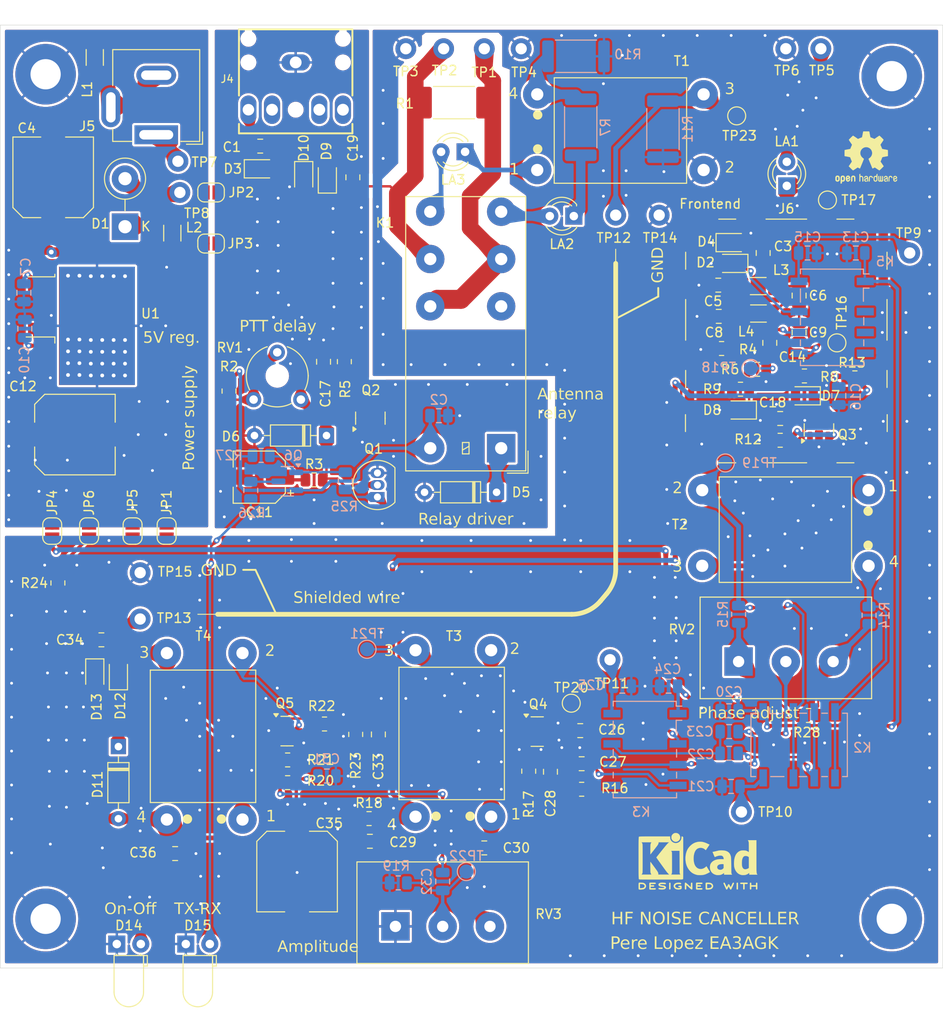
<source format=kicad_pcb>
(kicad_pcb (version 20240108) (generator "pcbnew") (generator_version "8.0")
  (layers (0 "F.Cu" signal) (31 "B.Cu" signal) (34 "B.Paste" user) (35 "F.Paste" user) (36 "B.SilkS" user "B.Silkscreen") (37 "F.SilkS" user "F.Silkscreen") (38 "B.Mask" user) (39 "F.Mask" user) (44 "Edge.Cuts" user))
  (net 0 "")
  (net 1 "GND")
  (net 2 "Net-(D3-K)")
  (net 3 "V12")
  (net 4 "Net-(C3-Pad2)")
  (net 5 "Net-(D2-K)")
  (net 6 "GNDD")
  (net 7 "Net-(C5-Pad1)")
  (net 8 "Net-(C6-Pad2)")
  (net 9 "Net-(C8-Pad1)")
  (net 10 "Net-(C9-Pad2)")
  (net 11 "V5")
  (net 12 "Net-(C14-Pad1)")
  (net 13 "Net-(C14-Pad2)")
  (net 14 "Net-(C15-Pad2)")
  (net 15 "Net-(D7-K)")
  (net 16 "Net-(D9-K)")
  (net 17 "Net-(Q3-S)")
  (net 18 "Net-(D10-K)")
  (net 19 "RY-CTRL")
  (net 20 "Net-(C21-Pad2)")
  (net 21 "Net-(C22-Pad2)")
  (net 22 "Net-(C22-Pad1)")
  (net 23 "Net-(C23-Pad2)")
  (net 24 "Net-(C25-Pad2)")
  (net 25 "Net-(Q4-G)")
  (net 26 "Net-(C26-Pad2)")
  (net 27 "Net-(C27-Pad2)")
  (net 28 "Net-(Q4-S)")
  (net 29 "Net-(T3-SB)")
  (net 30 "Net-(C30-Pad1)")
  (net 31 "Net-(T3-AA)")
  (net 32 "Net-(C32-Pad2)")
  (net 33 "Net-(Q5-B)")
  (net 34 "Net-(C33-Pad2)")
  (net 35 "Net-(D12-A)")
  (net 36 "Net-(T1-SA)")
  (net 37 "Net-(D1-A)")
  (net 38 "Net-(D1-K)")
  (net 39 "Net-(D3-A)")
  (net 40 "Net-(D5-K)")
  (net 41 "Net-(D7-A)")
  (net 42 "Net-(D11-K)")
  (net 46 "Net-(LA2-+)")
  (net 47 "Net-(K1-Pad11)")
  (net 48 "Net-(LA3-+)")
  (net 49 "Net-(Q3-D)")
  (net 50 "Net-(T2-SB)")
  (net 51 "Net-(Q4-D)")
  (net 52 "Net-(Q5-C)")
  (net 53 "Net-(Q5-E)")
  (net 54 "Net-(LA1-+)")
  (net 55 "Net-(J5-Pad1)")
  (net 56 "Net-(R2-Pad1)")
  (net 57 "Net-(C11-Pad1)")
  (net 58 "Net-(LA2--)")
  (net 59 "Net-(T1-SB)")
  (net 60 "Net-(R14-Pad1)")
  (net 61 "Net-(R15-Pad2)")
  (net 66 "Net-(LA3--)")
  (net 68 "GND1")
  (net 69 "V12_R")
  (net 70 "Net-(D14-A)")
  (net 71 "Net-(D15-A)")
  (net 72 "Net-(Q6-B)")
  (net 73 "Net-(Q6-C)")
  (net 74 "Net-(JP4-B)")
  (net 75 "V12_I")
  (net 76 "Net-(C34-Pad2)")
  (net 77 "Net-(J5-Pad2)")
  (footprint "Capacitor_SMD:C_0805_2012Metric" (layer "F.Cu") (at 109.75 113.9)
    (property "Reference" "C26")
    (property "Value" "100n" (hide yes))
  )
  (footprint "PERE:BN-73-202" (layer "F.Cu") (at 95.3 113.55 90)
    (property "Reference" "T3")
    (property "Value" "~")
  )
  (footprint "PERE:MountingHole_2.2mm_M2_DIN965_Pad_TopBottom" (layer "F.Cu") (at 118.1 59.4)
    (property "Reference" "TP14")
    (property "Value" "TestPoint" (hide yes))
  )
  (footprint "Resistor_SMD:R_0805_2012Metric" (layer "F.Cu") (at 82.7 113.2 180)
    (property "Reference" "R22")
    (property "Value" "22R" (hide yes))
  )
  (footprint "PERE:MountingHole_2.2mm_M2_DIN965_Pad_TopBottom" (layer "F.Cu") (at 135.2 41.8)
    (property "Reference" "TP5")
    (property "Value" "TestPoint" (hide yes))
  )
  (footprint "Resistor_SMD:R_0805_2012Metric" (layer "F.Cu") (at 81.6 87.3875)
    (property "Reference" "R3")
    (property "Value" "150R" (hide yes))
  )
  (footprint "Capacitor_SMD:C_0805_2012Metric" (layer "F.Cu") (at 88.4 114.3 90)
    (property "Reference" "C33")
    (property "Value" "100n" (hide yes))
  )
  (footprint "Capacitor_SMD:C_0805_2012Metric" (layer "F.Cu") (at 87.5 125.6 180)
    (property "Reference" "C29")
    (property "Value" "100n" (hide yes))
  )
  (footprint "Resistor_SMD:R_0805_2012Metric" (layer "F.Cu") (at 126.7 77.8)
    (property "Reference" "R9")
    (property "Value" "270K" (hide yes))
  )
  (footprint "Capacitor_SMD:C_0805_2012Metric" (layer "F.Cu") (at 132.9 67.9 -90)
    (property "Reference" "C6")
    (property "Value" "100p" (hide yes))
  )
  (footprint "PERE:MountingHole_2.2mm_M2_DIN965_Pad_TopBottom" (layer "F.Cu") (at 95.3 41.8)
    (property "Reference" "TP2")
    (property "Value" "TestPoint" (hide yes))
  )
  (footprint "Capacitor_SMD:C_Elec_8x10.2" (layer "F.Cu") (at 79.8 128.8 -90)
    (property "Reference" "C35")
    (property "Value" "100uF" (hide yes))
  )
  (footprint "Resistor_SMD:R_0805_2012Metric" (layer "F.Cu") (at 72.6 78 90)
    (property "Reference" "R2")
    (property "Value" "10K" (hide yes))
  )
  (footprint "PERE:Potentiometer_Alps_RK163_Single_Horizontal" (layer "F.Cu") (at 126.5 106.6 90)
    (property "Reference" "RV2")
    (property "Value" "500R" (hide yes))
  )
  (footprint "PERE:MountingHole_2.2mm_M2_DIN965_Pad_TopBottom" (layer "F.Cu") (at 63.2 102.1)
    (property "Reference" "TP13")
    (property "Value" "TestPoint" (hide yes))
  )
  (footprint "PERE:MountingHole_2.2mm_M2_DIN965_Pad_TopBottom" (layer "F.Cu") (at 67.4 57)
    (property "Reference" "TP8")
    (property "Value" "TestPoint" (hide yes))
  )
  (footprint "Jumper:SolderJumper-2_P1.3mm_Open_RoundedPad1.0x1.5mm" (layer "F.Cu") (at 66 92.8 90)
    (property "Reference" "JP1")
    (property "Value" "SolderJumper_2_Open" (hide yes))
  )
  (footprint "Resistor_SMD:R_0805_2012Metric" (layer "F.Cu") (at 109.9 120.1 180)
    (property "Reference" "R16")
    (property "Value" "1K" (hide yes))
  )
  (footprint "PERE:MountingHole_2.2mm_M2_DIN965_Pad_TopBottom" (layer "F.Cu") (at 144.6 63.4)
    (property "Reference" "TP9")
    (property "Value" "TestPoint" (hide yes))
  )
  (footprint "Capacitor_SMD:C_0805_2012Metric" (layer "F.Cu") (at 129.8 72.9 -90)
    (property "Reference" "C14")
    (property "Value" "1n" (hide yes))
  )
  (footprint "Diode_SMD:D_0805_2012Metric" (layer "F.Cu") (at 133.4625 78.5 180)
    (property "Reference" "D7")
    (property "Value" "1N4148" (hide yes))
  )
  (footprint "Resistor_SMD:R_0805_2012Metric" (layer "F.Cu") (at 128.5 75.7 180)
    (property "Reference" "R6")
    (property "Value" "100R" (hide yes))
  )
  (footprint "TestPoint:TestPoint_Pad_D1.5mm" (layer "F.Cu") (at 135.9 57.8)
    (property "Reference" "TP17")
    (property "Value" "Filter-in" (hide yes))
  )
  (footprint "PERE:Shielding 20x25" (layer "F.Cu") (at 131.55 70.468)
    (property "Reference" "J6")
    (property "Value" "Frontend")
  )
  (footprint "PERE:MountingHole_2.2mm_M2_DIN965_Pad_TopBottom" (layer "F.Cu") (at 99.6 41.8)
    (property "Reference" "TP1")
    (property "Value" "TestPoint" (hide yes))
  )
  (footprint "Symbol:KiCad-Logo2_5mm_SilkScreen" (layer "F.Cu") (at 122.2 127.7)
    (property "Reference" "REF**" (hide yes))
    (property "Value" "KiCad-Logo2_5mm_SilkScreen" (hide yes))
  )
  (footprint "Package_TO_SOT_THT:TO-92_Inline" (layer "F.Cu") (at 88.3 89.2 90)
    (property "Reference" "Q1")
    (property "Value" "BS170" (hide yes))
  )
  (footprint "Resistor_SMD:R_0805_2012Metric" (layer "F.Cu") (at 130.9 83.2)
    (property "Reference" "R12")
    (property "Value" "300R" (hide yes))
  )
  (footprint "Capacitor_SMD:C_0805_2012Metric" (layer "F.Cu") (at 99.6 126.3)
    (property "Reference" "C30")
    (property "Value" "100n" (hide yes))
  )
  (footprint "Inductor_SMD:L_1206_3216Metric" (layer "F.Cu") (at 58.4 42.725 90)
    (property "Reference" "L1")
    (property "Value" "100uH" (hide yes))
  )
  (footprint "Inductor_SMD:L_1206_3216Metric" (layer "F.Cu") (at 66.6 61.3 -90)
    (property "Reference" "L2")
    (property "Value" "100uH" (hide yes))
  )
  (footprint "Diode_THT:D_DO-35_SOD27_P7.62mm_Horizontal" (layer "F.Cu") (at 82.91 82.7 180)
    (property "Reference" "D6")
    (property "Value" "5,1V" (hide yes))
  )
  (footprint "PERE:MountingHole_2.2mm_M2_DIN965_Pad_TopBottom" (layer "F.Cu") (at 103.5 41.8)
    (property "Reference" "TP4")
    (property "Value" "TestPoint" (hide yes))
  )
  (footprint "Resistor_SMD:R_0805_2012Metric" (layer "F.Cu") (at 124.7 73.5)
    (property "Reference" "R4")
    (property "Value" "100K" (hide yes))
  )
  (footprint "Capacitor_SMD:C_0805_2012Metric" (layer "F.Cu") (at 106.6 118.25 90)
    (property "Reference" "C28")
    (property "Value" "100n" (hide yes))
  )
  (footprint "MountingHole:MountingHole_3.2mm_M3_Pad_TopBottom" (layer "F.Cu") (at 53.2 44.5)
    (property "Reference" "H2" (hide yes))
    (property "Value" "MountingHole_Pad" (hide yes))
  )
  (footprint "Diode_SMD:D_0805_2012Metric" (layer "F.Cu") (at 58.4 108 -90)
    (property "Reference" "D13")
    (property "Value" "1N4148" (hide yes))
  )
  (footprint "Package_TO_SOT_SMD:SOT-23" (layer "F.Cu") (at 105.2 114)
    (property "Reference" "Q4")
    (property "Value" "MMBFJ310" (hide yes))
  )
  (footprint "Diode_SMD:D_0805_2012Metric" (layer "F.Cu") (at 125.8 64.5 180)
    (property "Reference" "D2")
    (property "Value" "1N4148" (hide yes))
  )
  (footprint "PERE:BN-73-202" (layer "F.Cu") (at 69 113.85 90)
    (property "Reference" "T4")
    (property "Value" "~")
  )
  (footprint "Diode_SMD:D_0805_2012Metric" (layer "F.Cu") (at 80.5 55.42 -90)
    (property "Reference" "D10")
    (property "Value" "1N4148" (hide yes))
  )
  (footprint "Resistor_SMD:R_0805_2012Metric" (layer "F.Cu") (at 104.3 118.1875 90)
    (property "Reference" "R17")
    (property "Value" "51R" (hide yes))
  )
  (footprint "Diode_THT:D_DO-35_SOD27_P7.62mm_Horizontal" (layer "F.Cu") (at 60.9 115.59 -90)
    (property "Reference" "D11")
    (property "Value" "15V" (hide yes))
  )
  (footprint "Resistor_SMD:R_0805_2012Metric" (layer "F.Cu") (at 78.8 117 180)
    (property "Reference" "R21")
    (property "Value" "2K2" (hide yes))
  )
  (footprint "PERE:MountingHole_2.2mm_M2_DIN965_Pad_TopBottom" (layer "F.Cu") (at 112.9 106.4)
    (property "Reference" "TP11")
    (property "Value" "TestPoint" (hide yes))
  )
  (footprint "Resistor_SMD:R_0805_2012Metric" (layer "F.Cu") (at 84.8 74.8875 -90)
    (property "Reference" "R5")
    (property "Value" "47K" (hide yes))
  )
  (footprint "PERE:MountingHole_2.2mm_M2_DIN965_Pad_TopBottom" (layer "F.Cu") (at 91.3 41.8)
    (property "Reference" "TP3")
    (property "Value" "TestPoint" (hide yes))
  )
  (footprint "Diode_THT:D_DO-35_SOD27_P7.62mm_Horizontal" (layer "F.Cu") (at 100.9 88.7 180)
    (property "Reference" "D5")
    (property "Value" "22V" (hide yes))
  )
  (footprint "LED_THT:LED_D3.0mm_FlatTop" (layer "F.Cu") (at 131.6 56.3 90)
    (property "Reference" "LA1")
    (property "Value" "12V" (hide yes))
  )
  (footprint "PERE:MountingHole_2.2mm_M2_DIN965_Pad_TopBottom" (layer "F.Cu") (at 131.5 41.8)
    (property "Reference" "TP6")
    (property "Value" "TestPoint" (hide yes))
  )
  (footprint "Capacitor_SMD:C_0805_2012Metric" (layer "F.Cu") (at 59.1 104.3)
    (property "Reference" "C34")
    (property "Value" "100n" (hide yes))
  )
  (footprint "PERE:BN-73-202" (layer "F.Cu") (at 130.8 93.5 180)
    (property "Reference" "T2")
    (property "Value" "~")
  )
  (footprint "Diode_SMD:D_0805_2012Metric" (layer "F.Cu") (at 75.9 54.5)
    (property "Reference" "D3")
    (property "Value" "1N4148" (hide yes))
  )
  (footprint "Resistor_SMD:R_0805_2012Metric" (layer "F.Cu") (at 78.8 119.4)
    (property "Reference" "R20")
    (property "Value" "4K7" (hide yes))
  )
  (footprint "Package_TO_SOT_SMD:SOT-23" (layer "F.Cu") (at 135 82.1 90)
    (property "Reference" "Q3")
    (property "Value" "MMBFJ310" (hide yes))
  )
  (footprint "Resistor_SMD:R_0805_2012Metric" (layer "F.Cu") (at 133.9 112.3)
    (property "Reference" "R28")
    (property "Value" "1K" (hide yes))
  )
  (footprint "LED_THT:LED_D3.0mm_FlatTop" (layer "F.Cu") (at 97.57 52.7 180)
    (property "Reference" "LA3")
    (property "Value" "12V" (hide yes))
  )
  (footprint "Capacitor_SMD:C_0805_2012Metric" (layer "F.Cu") (at 132.9 71.8 -90)
    (property "Reference" "C9")
    (property "Value" "150p" (hide yes))
  )
  (footprint "Resistor_SMD:R_2512_6332Metric" (layer "F.Cu") (at 96.4 47.5 180)
    (property "Reference" "R1")
    (property "Value" "51R" (hide yes))
  )
  (footprint "Resistor_SMD:R_0805_2012Metric" (layer "F.Cu") (at 138.8 76.6 180)
    (property "Reference" "R13")
    (property "Value" "10R" (hide yes))
  )
  (footprint "Jumper:SolderJumper-2_P1.3mm_Open_RoundedPad1.0x1.5mm" (layer "F.Cu") (at 57.8 92.8 90)
    (property "Reference" "JP6")
    (property "Value" "SolderJumper_2_Open" (hide yes))
  )
  (footprint "Diode_SMD:D_0805_2012Metric" (layer "F.Cu") (at 125.8 62.3)
    (property "Reference" "D4")
    (property "Value" "1N4148" (hide yes))
  )
  (footprint "LED_THT:LED_D3.0mm_Horizontal_O1.27mm_Z10.0mm" (layer "F.Cu") (at 68.03 136.465)
    (property "Reference" "D15")
    (property "Value" "LED")
  )
  (footprint "Capacitor_SMD:C_Elec_8x10.2" (layer "F.Cu") (at 56.3 82.6)
    (property "Reference" "C12")
    (property "Value" "100uF" (hide yes))
  )
  (footprint "PERE:C_Elec_8x10.2" (layer "F.Cu") (at 54 55.4 90)
    (property "Reference" "C4")
    (property "Value" "220uF" (hide yes))
  )
  (footprint "Symbol:OSHW-Logo2_7.3x6mm_SilkScreen" (layer "F.Cu") (at 140 53.3)
    (property "Reference" "REF**" (hide yes))
    (property "Value" "OSHW-Logo2_7.3x6mm_SilkScreen" (hide yes))
  )
  (footprint "Capacitor_SMD:C_0805_2012Metric" (layer "F.Cu") (at 124.35 66.8 180)
    (property "Reference" "C5")
    (property "Value" "560p" (hide yes))
  )
  (footprint "Capacitor_SMD:C_0805_2012Metric" (layer "F.Cu") (at 85.7 55.4 -90)
    (property "Reference" "C19")
    (property "Value" "22p" (hide yes))
  )
  (footprint "PERE:Potentiometer_Piher_PT-6-V_Vertical_Hole" (layer "F.Cu") (at 80.2 78.9 90)
    (property "Reference" "RV1")
    (property "Value" "1M" (hide yes))
  )
  (footprint "Jumper:SolderJumper-2_P1.3mm_Open_RoundedPad1.0x1.5mm" (layer "F.Cu") (at 70.7 57)
    (property "Reference" "JP2")
    (property "Value" "SolderJumper_2_Open" (hide yes))
  )
  (footprint "PERE:MountingHole_2.2mm_M2_DIN965_Pad_TopBottom" (layer "F.Cu") (at 63.2 97.2)
    (property "Reference" "TP15")
    (property "Value" "TestPoint" (hide yes))
  )
  (footprint "Diode_SMD:D_0805_2012Metric" (layer "F.Cu") (at 83 55.38 90)
    (property "Reference" "D9")
    (property "Value" "1N4148" (hide yes))
  )
  (footprint "Resistor_SMD:R_0805_2012Metric" (layer "F.Cu") (at 87.4125 123.2)
    (property "Reference" "R18")
    (property "Value" "10R" (hide yes))
  )
  (footprint "TestPoint:TestPoint_Pad_D1.5mm" (layer "F.Cu") (at 126.3 48.9)
    (property "Reference" "TP23")
    (property "Value" "Mixer" (hide yes))
  )
  (footprint "Capacitor_SMD:C_0805_2012Metric" (layer "F.Cu") (at 75.9 52.1)
    (property "Reference" "C1")
    (property "Value" "100n" (hide yes))
  )
  (footprint "Package_TO_SOT_SMD:SOT-23" (layer "F.Cu") (at 87.55 80.8625 90)
    (property "Reference" "Q2")
    (property "Value" "2N3904" (hide yes))
  )
  (footprint "MountingHole:MountingHole_3.2mm_M3_Pad_TopBottom" (layer "F.Cu") (at 53.2 133.8)
    (property "Reference" "H3" (hide yes))
    (property "Value" "MountingHole_Pad" (hide yes))
  )
  (footprint "Inductor_SMD:L_1206_3216Metric" (layer "F.Cu") (at 128.575 66.9 180)
    (property "Reference" "L3")
    (property "Value" "47uH" (hide yes))
  )
  (footprint "PERE:AUDIO-JACK4" (layer "F.Cu") (at 79.65064 43.25128 -90)
    (property "Reference" "J4")
    (property "Value" "AudioJack4_PERE" (hide yes))
  )
  (footprint "Capacitor_SMD:C_0805_2012Metric" (layer "F.Cu") (at 109.9 117.4)
    (property "Reference" "C27")
    (property "Value" "47p" (hide yes))
  )
  (footprint "Resistor_SMD:R_0805_2012Metric" (layer "F.Cu") (at 86 114.3 90)
    (property "Reference" "R23")
    (property "Value" "100R" (hide yes))
  )
  (footprint "PERE:TO-252" (layer "F.Cu") (at 56.644 69.1)
    (property "Reference" "U1")
    (property "Value" "KA78M05_TO252" (hide yes))
  )
  (footprint "Resistor_SMD:R_0805_2012Metric" (layer "F.Cu") (at 133.4625 76.4)
    (property "Reference" "R8")
    (property "Value" "1M" (hide yes))
  )
  (footprint "PERE:MountingHole_2.2mm_M2_DIN965_Pad_TopBottom" (layer "F.Cu") (at 113.5 59.4)
    (property "Reference" "TP12")
    (property "Value" "TestPoint" (hide yes))
  )
  (footprint "Package_TO_SOT_SMD:SOT-23" (layer "F.Cu") (at 78.7375 113.95)
    (property "Reference" "Q5")
    (property "Value" "BC547" (hide yes))
  )
  (footprint "PERE:Relay_DPDT_Omron_G2RL-2" (layer "F.Cu") (at 101.3875 84.0375 180)
    (property "Reference" "K1")
    (property "Value" "G2RL-2" (hide yes))
  )
  (footprint "MountingHole:MountingHole_3.2mm_M3_Pad_TopBottom" (layer "F.Cu") (at 142.7 44.7)
    (property "Reference" "H4" (hide yes))
    (property "Value" "MountingHole_Pad" (hide yes))
  )
  (footprint "Capacitor_SMD:C_0805_2012Metric" (layer "F.Cu") (at 66.9 126.9)
    (property "Reference" "C36")
    (property "Value" "100n" (hide yes))
  )
  (footprint "Diode_SMD:D_0805_2012Metric" (layer "F.Cu") (at 60.9 107.9 90)
    (property "Reference" "D12")
    (property "Value" "1N4148" (hide yes))
  )
  (footprint "Diode_SMD:D_0805_2012Metric" (layer "F.Cu") (at 126.7 80 180)
    (property "Reference" "D8")
    (property "Value" "1N4148" (hide yes))
  )
  (footprint "Capacitor_SMD:C_0805_2012Metric" (layer "F.Cu") (at 130.9 80.9 180)
    (property "Reference" "C18")
    (property "Value" "100n" (hide yes))
  )
  (footprint "Capacitor_SMD:C_0805_2012Metric" (layer "F.Cu") (at 129.1 63.4 -90)
    (property "Reference" "C3")
    (property "Value" "120p" (hide yes))
  )
  (footprint "PERE:BN-73-202" (layer "F.Cu") (at 114.65 49.6)
    (property "Reference" "T1")
    (property "Value" "~")
  )
  (footprint "Resistor_SMD:R_0805_2012Metric" (layer "F.Cu") (at 54.5 98.2875 90)
    (property "Reference" "R24")
    (property "Value" "1K" (hide yes))
  )
  (footprint "Jumper:SolderJumper-2_P1.3mm_Open_RoundedPad1.0x1.5mm" (layer "F.Cu") (at 70.7 62.4)
    (property "Reference" "JP3")
    (property "Value" "SolderJumper_2_Open" (hide yes))
  )
  (footprint "LED_THT:LED_D3.0mm_FlatTop" (layer "F.Cu") (at 109.07 59.5 180)
    (property "Reference" "LA2")
    (property "Value" "12V" (hide yes))
  )
  (footprint "Diode_THT:D_5W_P5.08mm_Vertical_KathodeUp" (layer "F.Cu") (at 61.6 60.61995 90)
    (property "Reference" "D1")
    (property "Value" "1N4004" (hide yes))
  )
  (footprint "Capacitor_SMD:C_0805_2012Metric" (layer "F.Cu") (at 124.4 70.1 180)
    (property "Reference" "C8")
    (property "Value" "270p" (hide yes))
  )
  (footprint "Inductor_SMD:L_1206_3216Metric" (layer "F.Cu") (at 128.6 69.8 180)
    (property "Reference" "L4")
    (property "Value" "47uH" (hide yes))
  )
  (footprint "PERE:BarrelJack_GCT_DCJ200-10-A_Horizontal" (layer "F.Cu") (at 64.9 50.9 180)
    (property "Reference" "J5")
    (property "Value" "Barrel_Jack_Switch_Pin3Ring" (hide yes))
  )
  (footprint "Capacitor_SMD:CP_Elec_5x5.4" (layer "F.Cu") (at 75.8 87.1 180)
    (property "Reference" "C11")
    (property "Value" "10uF" (hide yes))
  )
  (footprint "TestPoint:TestPoint_Pad_D1.5mm" (layer "F.Cu") (at 108.8 111)
    (property "Reference" "TP20")
    (property "Value" "Q4-In" (hide yes))
  )
  (footprint "Jumper:SolderJumper-2_P1.3mm_Open_RoundedPad1.0x1.5mm" (layer "F.Cu") (at 53.9 92.8 90)
    (property "Reference" "JP4")
    (property "Value" "SolderJumper_2_Open" (hide yes))
  )
  (footprint "PERE:Potentiometer_Alps_RK163_Single_Horizontal" (layer "F.Cu") (at 90.2 134.6 90)
    (property "Reference" "RV3")
    (property "Value" "1K" (hide yes))
  )
  (footprint "Jumper:SolderJumper-2_P1.3mm_Open_RoundedPad1.0x1.5mm" (layer "F.Cu") (at 62.4 92.8 90)
    (property "Reference" "JP5")
    (property "Value" "SolderJumper_2_Open" (hide yes))
  )
  (footprint "LED_THT:LED_D3.0mm_Horizontal_O1.27mm_Z10.0mm" (layer "F.Cu") (at 60.73 136.465)
    (property "Reference" "D14")
    (property "Value" "LED")
  )
  (footprint "PERE:MountingHole_2.2mm_M2_DIN965_Pad_TopBottom" (layer "F.Cu") (at 67.2 53.7)
    (property "Reference" "TP7")
    (property "Value" "TestPoint" (hide yes))
  )
  (footprint "PERE:MountingHole_2.2mm_M2_DIN965_Pad_TopBottom" (layer "F.Cu") (at 126.8 122.5)
    (property "Reference" "TP10")
    (property "Value" "TestPoint" (hide yes))
  )
  (footprint "MountingHole:MountingHole_3.2mm_M3_Pad_TopBottom" (layer "F.Cu") (at 142.7 133.8)
    (property "Reference" "H1" (hide yes))
    (property "Value" "MountingHole_Pad" (hide yes))
  )
  (footprint "Capacitor_SMD:C_0805_2012Metric" (layer "F.Cu") (at 82.6 74.9 90)
    (property "Reference" "C17")
    (property "Value" "1n" (hide yes))
  )
  (footprint "TestPoint:TestPoint_Pad_D1.5mm" (layer "F.Cu") (at 136.9 72.9)
    (property "Reference" "TP16")
    (property "Value" "Filter-out" (hide yes))
  )
  (footprint "Capacitor_SMD:C_0805_2012Metric" (layer "B.Cu") (at 125.5 114)
    (property "Reference" "C23")
    (property "Value" "10p" (hide yes))
  )
  (footprint "Capacitor_SMD:C_0805_2012Metric" (layer "B.Cu") (at 82.95 118.7)
    (property "Reference" "C31")
    (property "Value" "100n" (hide yes))
  )
  (footprint "TestPoint:TestPoint_Pad_D1.5mm" (layer "B.Cu") (at 87.2 105.3 180)
    (property "Reference" "TP21")
    (property "Value" "Q4-Out" (hide yes))
  )
  (footprint "Capacitor_SMD:C_0805_2012Metric" (layer "B.Cu") (at 125.5 116.3 180)
    (property "Reference" "C22")
    (property "Value" "100p" (hide yes))
  )
  (footprint "Capacitor_SMD:C_0805_2012Metric" (layer "B.Cu") (at 51 71.4 -90)
    (property "Reference" "C10")
    (property "Value" "100n" (hide yes))
  )
  (footprint "Resistor_SMD:R_0805_2012Metric" (layer "B.Cu") (at 140.3 101.7 90)
    (property "Reference" "R14")
    (property "Value" "39R" (hide yes))
  )
  (footprint "Relay_SMD:Relay_DPDT_Omron_G6K-2F-Y" (layer "B.Cu") (at 136.4 70.2 180)
    (property "Reference" "K5")
    (property "Value" "G6K-2" (hide yes))
  )
  (footprint "Capacitor_SMD:C_0805_2012Metric" (layer "B.Cu") (at 119.1 109.2)
    (property "Reference" "C24")
    (property "Value" "10n" (hide yes))
  )
  (footprint "Capacitor_SMD:C_0805_2012Metric" (layer "B.Cu") (at 125.5 111.8)
    (property "Reference" "C20")
    (property "Value" "10n" (hide yes))
  )
  (footprint "Capacitor_SMD:C_0805_2012Metric" (layer "B.Cu") (at 95.2 129.85 -90)
    (property "Reference" "C32")
    (property "Value" "100n" (hide yes))
  )
  (footprint "Capacitor_SMD:C_0805_2012Metric" (layer "B.Cu") (at 125.7 119.8)
    (property "Reference" "C21")
    (property "Value" "10n" (hide yes))
  )
  (footprint "TestPoint:TestPoint_Pad_D1.5mm" (layer "B.Cu") (at 97.7 128.8 180)
    (property "Reference" "TP22")
    (property "Value" "Q5-In" (hide yes))
  )
  (footprint "Resistor_SMD:R_2512_6332Metric" (layer "B.Cu") (at 109.3 42.6 180)
    (property "Reference" "R10")
    (property "Value" "51R" (hide yes))
  )
  (footprint "Capacitor_SMD:C_0805_2012Metric" (layer "B.Cu") (at 94.8 80.6 180)
    (property "Reference" "C2")
    (property "Value" "10n" (hide yes))
  )
  (footprint "Resistor_SMD:R_0805_2012Metric" (layer "B.Cu") (at 74.9 88.5 90)
    (property "Reference" "R26")
    (property "Value" "1K" (hide yes))
  )
  (footprint "Capacitor_SMD:C_0805_2012Metric" (layer "B.Cu") (at 50.9 67.6 90)
    (property "Reference" "C7")
    (property "Value" "100n" (hide yes))
  )
  (footprint "Resistor_SMD:R_2512_6332Metric" (layer "B.Cu") (at 118.5 50.3 90)
    (property "Reference" "R11")
    (property "Value" "51R")
  )
  (footprint "Resistor_SMD:R_0805_2012Metric" (layer "B.Cu") (at 126.5 101.6 -90)
    (property "Reference" "R15")
    (property "Value" "39R" (hide yes))
  )
  (footprint "Capacitor_SMD:C_0805_2012Metric" (layer "B.Cu") (at 138.9 63.4 180)
    (property "Reference" "C13")
    (property "Value" "10n" (hide yes))
  )
  (footprint "Resistor_SMD:R_2512_6332Metric" (layer "B.Cu") (at 109.8 50.1 90)
    (property "Reference" "R7")
    (property "Value" "51R" (hide yes))
  )
  (footprint "TestPoint:TestPoint_Pad_D1.5mm" (layer "B.Cu") (at 127.8 75.6 180)
    (property "Reference" "TP18")
    (property "Value" "Q3-in" (hide yes))
  )
  (footprint "Relay_SMD:Relay_DPDT_Omron_G6K-2F-Y" (layer "B.Cu") (at 116.6 115.9 180)
    (property "Reference" "K3")
    (property "Value" "G6K-2" (hide yes))
  )
  (footprint "TestPoint:TestPoint_Pad_D1.5mm" (layer "B.Cu") (at 125.1 85.6 180)
    (property "Reference" "TP19")
    (property "Value" "Q3-Out" (hide yes))
  )
  (footprint "Resistor_SMD:R_0805_2012Metric" (layer "B.Cu") (at 90.5 130)
    (property "Reference" "R19")
    (property "Value" "1K" (hide yes))
  )
  (footprint "Capacitor_SMD:C_0805_2012Metric" (layer "B.Cu") (at 137.1 78.5 -90)
    (property "Reference" "C16")
    (property "Value" "100n" (hide yes))
  )
  (footprint "Capacitor_SMD:C_0805_2012Metric" (layer "B.Cu") (at 114.2 109.2 180)
    (property "Reference" "C25")
    (property "Value" "10n" (hide yes))
  )
  (footprint "Capacitor_SMD:C_0805_2012Metric" (layer "B.Cu") (at 133.8 63.4 180)
    (property "Reference" "C15")
    (property "Value" "10n" (hide yes))
  )
  (footprint "Relay_SMD:Relay_DPDT_Omron_G6K-2F-Y" (layer "B.Cu") (at 132.9 115.4 -90)
    (property "Reference" "K2")
    (property "Value" "G6K-2" (hide yes))
  )
  (footprint "Resistor_SMD:R_0805_2012Metric" (layer "B.Cu") (at 84.9 87.4875 90)
    (property "Reference" "R25")
    (property "Value" "10K" (hide yes))
  )
  (footprint "Resistor_SMD:R_0805_2012Metric" (layer "B.Cu") (at 76 84.8)
    (property "Reference" "R27")
    (property "Value" "47K" (hide yes))
  )
  (footprint "Package_TO_SOT_SMD:SOT-23" (layer "B.Cu") (at 78.7625 87.5375 180)
    (property "Reference" "Q6")
    (property "Value" "BC807" (hide yes))
  )
  (gr_arc (start 111.898137 100.18791) (mid 110.528631 101.229851) (end 108.848101 101.6) (stroke (width 0.5)) (layer "F.SilkS"))
  (gr_line (start 77.6 101.6) (end 75.399967 96.900016) (stroke (width 0.2)) (layer "F.SilkS"))
  (gr_line (start 71.4 101.6) (end 108.848101 101.6) (stroke (width 0.5)) (layer "F.SilkS"))
  (gr_line (start 113.6 70.3) (end 118 68) (stroke (width 0.2)) (layer "F.SilkS"))
  (gr_line (start 113.5 96.83169) (end 113.5 64.5) (stroke (width 0.5)) (layer "F.SilkS"))
  (gr_line (start 75.4 96.9) (end 74.1 96.9) (stroke (width 0.2)) (layer "F.SilkS"))
  (gr_line (start 111.898137 100.18791) (end 112.550037 99.4196) (stroke (width 0.5)) (layer "F.SilkS"))
  (gr_line (start 118 68) (end 118 67.1) (stroke (width 0.2)) (layer "F.SilkS"))
  (gr_line (start 113.5 64.5) (end 113.5 63) (stroke (width 0.1)) (layer "F.SilkS"))
  (gr_line (start 71.4 101.6) (end 69.3 101.6) (stroke (width 0.1)) (layer "F.SilkS"))
  (gr_arc (start 113.5 96.83169) (mid 113.255006 98.210068) (end 112.550037 99.4196) (stroke (width 0.5)) (layer "F.SilkS"))
  (gr_rect (start 48.4 39.3) (end 148.1 139) (stroke (width 0.05)) (fill none) (layer "Edge.Cuts"))
  (gr_text "HF NOISE CANCELLER" (at 113 134.6 0) (layer "F.SilkS") (effects (font (size 1.3 1.3) (thickness 0.1)) (justify left bottom)))
  (gr_text "GND" (at 69.6 97.7 0) (layer "F.SilkS") (effects (font (size 1.2 1.2) (thickness 0.1)) (justify left bottom)))
  (gr_text "1" (at 103.3 55.3 0) (layer "F.SilkS") (effects (font (size 1.2 1.2) (thickness 0.1)) (justify right bottom)))
  (gr_text "Shielded wire" (at 79.4 100.6 0) (layer "F.SilkS") (effects (font (size 1.2 1.2) (thickness 0.1)) (justify left bottom)))
  (gr_text "GND" (at 118.7 66.6 90) (layer "F.SilkS") (effects (font (size 1.2 1.2) (thickness 0.1)) (justify left bottom)))
  (gr_text "4" (at 142.4 96.8 0) (layer "F.SilkS") (effects (font (size 1.2 1.2) (thickness 0.1)) (justify left bottom)))
  (gr_text "3" (at 89 106.2 0) (layer "F.SilkS") (effects (font (size 1.2 1.2) (thickness 0.1)) (justify left bottom)))
  (gr_text "Pere Lopez EA3AGK" (at 112.9 137.2 0) (layer "F.SilkS") (effects (font (size 1.3 1.3) (thickness 0.1)) (justify left bottom)))
  (gr_text "Relay driver" (at 92.6 92.3 0) (layer "F.SilkS") (effects (font (size 1.2 1.2) (thickness 0.1)) (justify left bottom)))
  (gr_text "2" (at 102.3 106 0) (layer "F.SilkS") (effects (font (size 1.2 1.2) (thickness 0.1)) (justify left bottom)))
  (gr_text "3" (at 63.1 106.4 0) (layer "F.SilkS") (effects (font (size 1.2 1.2) (thickness 0.1)) (justify left bottom)))
  (gr_text "2" (at 119.5 89 0) (layer "F.SilkS") (effects (font (size 1.2 1.2) (thickness 0.1)) (justify left bottom)))
  (gr_text "PTT delay" (at 73.7 71.9 0) (layer "F.SilkS") (effects (font (size 1.2 1.2) (thickness 0.1)) (justify left bottom)))
  (gr_text "4" (at 103.2 47.3 0) (layer "F.SilkS") (effects (font (size 1.2 1.2) (thickness 0.1)) (justify right bottom)))
  (gr_text "Amplitude" (at 77.7 137.5 0) (layer "F.SilkS") (effects (font (size 1.2 1.2) (thickness 0.1)) (justify left bottom)))
  (gr_text "3" (at 126.1 46.8 0) (layer "F.SilkS") (effects (font (size 1.2 1.2) (thickness 0.1)) (justify right bottom)))
  (gr_text "Antenna \nrelay" (at 105.2 81.1 0) (layer "F.SilkS") (effects (font (size 1.2 1.2) (thickness 0.1)) (justify left bottom)))
  (gr_text "TX-RX" (at 66.8 133.5 0) (layer "F.SilkS") (effects (font (size 1.2 1.2) (thickness 0.1)) (justify left bottom)))
  (gr_text "1" (at 76.5 123.7 0) (layer "F.SilkS") (effects (font (size 1.2 1.2) (thickness 0.1)) (justify left bottom)))
  (gr_text "2" (at 76.4 106.2 0) (layer "F.SilkS") (effects (font (size 1.2 1.2) (thickness 0.1)) (justify left bottom)))
  (gr_text "3" (at 119.5 97.3 0) (layer "F.SilkS") (effects (font (size 1.2 1.2) (thickness 0.1)) (justify left bottom)))
  (gr_text "Power supply" (at 69.1 86.4 90) (layer "F.SilkS") (effects (font (size 1.2 1.2) (thickness 0.1)) (justify left bottom)))
  (gr_text "On-Off" (at 59.4 133.5 0) (layer "F.SilkS") (effects (font (size 1.2 1.2) (thickness 0.1)) (justify left bottom)))
  (gr_text "5V reg." (at 63.5 73.1 0) (layer "F.SilkS") (effects (font (size 1.2 1.2) (thickness 0.1)) (justify left bottom)))
  (gr_text "1" (at 142.3 88.8 0) (layer "F.SilkS") (effects (font (size 1.2 1.2) (thickness 0.1)) (justify left bottom)))
  (gr_text "4" (at 62.8 123.8 0) (layer "F.SilkS") (effects (font (size 1.2 1.2) (thickness 0.1)) (justify left bottom)))
  (gr_text "1" (at 102.4 123.5 0) (layer "F.SilkS") (effects (font (size 1.2 1.2) (thickness 0.1)) (justify left bottom)))
  (gr_text "Phase adjust" (at 122.2 112.8 0) (layer "F.SilkS") (effects (font (size 1.2 1.2) (thickness 0.1)) (justify left bottom)))
  (gr_text "2" (at 126.1 55.1 0) (layer "F.SilkS") (effects (font (size 1.2 1.2) (thickness 0.1)) (justify right bottom)))
  (gr_text "4" (at 89.3 124.6 0) (layer "F.SilkS") (effects (font (size 1.2 1.2) (thickness 0.1)) (justify left bottom)))
  (segment (start 126.1125 79.875) (end 126.1375 79.9) (width 0.25) (layer "F.Cu") (net 1))
  (segment (start 125.7875 77.375) (end 126.1125 77.7) (width 0.25) (layer "F.Cu") (net 1))
  (via (at 103.9 110.9) (size 0.6) (drill 0.3) (layers "F.Cu" "B.Cu") (net 1))
  (via (at 69.6 129.3) (size 0.6) (drill 0.3) (layers "F.Cu" "B.Cu") (net 1))
  (via (at 137.9 103.8) (size 0.6) (drill 0.3) (layers "F.Cu" "B.Cu") (net 1))
  (via (at 67.8 109.3) (size 0.6) (drill 0.3) (layers "F.Cu" "B.Cu") (net 1))
  (via (at 141.5 98.9) (size 0.6) (drill 0.3) (layers "F.Cu" "B.Cu") (net 1))
  (via (at 88.7 110.5) (size 0.6) (drill 0.3) (layers "F.Cu" "B.Cu") (net 1))
  (via (at 122.6 83.6) (size 0.6) (drill 0.3) (layers "F.Cu" "B.Cu") (net 1))
  (via (at 130.2 115.4) (size 0.6) (drill 0.3) (layers "F.Cu" "B.Cu") (net 1))
  (via (at 146.7 71.2875) (size 0.6) (drill 0.3) (layers "F.Cu" "B.Cu") (net 1))
  (via (at 137.6 90.2) (size 0.6) (drill 0.3) (layers "F.Cu" "B.Cu") (net 1))
  (via (at 49.6 108.8875) (size 0.6) (drill 0.3) (layers "F.Cu" "B.Cu") (net 1))
  (via (at 78.8 121.7) (size 0.6) (drill 0.3) (layers "F.Cu" "B.Cu") (net 1))
  (via (at 88.9 64.5) (size 0.6) (drill 0.3) (layers "F.Cu" "B.Cu") (net 1))
  (via (at 135 83.9) (size 0.6) (drill 0.3) (layers "F.Cu" "B.Cu") (net 1))
  (via (at 112.2 45.5) (size 0.6) (drill 0.3) (layers "F.Cu" "B.Cu") (net 1))
  (via (at 146.7 53.875) (size 0.6) (drill 0.3) (layers "F.Cu" "B.Cu") (net 1))
  (via (at 107.8 115.7) (size 0.6) (drill 0.3) (layers "F.Cu" "B.Cu") (net 1))
  (via (at 49.6 105.3) (size 0.6) (drill 0.3) (layers "F.Cu" "B.Cu") (net 1))
  (via (at 107.5 114.9) (size 0.6) (drill 0.3) (layers "F.Cu" "B.Cu") (net 1))
  (via (at 126.2 87.6) (size 0.6) (drill 0.3) (layers "F.Cu" "B.Cu") (net 1))
  (via (at 146.7 114.25) (size 0.6) (drill 0.3) (layers "F.Cu" "B.Cu") (net 1))
  (via (at 72.8 118.1) (size 0.6) (drill 0.3) (layers "F.Cu" "B.Cu") (net 1))
  (via (at 85.8 119.8) (size 0.6) (drill 0.3) (layers "F.Cu" "B.Cu") (net 1))
  (via (at 74.7 96) (size 0.6) (drill 0.3) (layers "F.Cu" "B.Cu") (net 1))
  (via (at 90 122.1) (size 0.6) (drill 0.3) (layers "F.Cu" "B.Cu") (net 1))
  (via (at 101.4 113.9) (size 0.6) (drill 0.3) (layers "F.Cu" "B.Cu") (net 1))
  (via (at 107.4 113.1) (size 0.6) (drill 0.3) (layers "F.Cu" "B.Cu") (net 1))
  (via (at 71.5 116) (size 0.6) (drill 0.3) (layers "F.Cu" "B.Cu") (net 1))
  (via (at 84.7 112.2) (size 0.6) (drill 0.3) (layers "F.Cu" "B.Cu") (net 1))
  (via (at 108.1 93.7375) (size 0.6) (drill 0.3) (layers "F.Cu" "B.Cu") (net 1))
  (via (at 116.4 113.1) (size 0.6) (drill 0.3) (layers "F.Cu" "B.Cu") (net 1))
  (via (at 144.3 86.6) (size 0.6) (drill 0.3) (layers "F.Cu" "B.Cu") (net 1))
  (via (at 119.9 99.8) (size 0.6) (drill 0.3) (layers "F.Cu" "B.Cu") (net 1))
  (via (at 49.6 119.65) (size 0.6) (drill 0.3) (layers "F.Cu" "B.Cu") (net 1))
  (via (at 55.4 111.4) (size 0.6) (drill 0.3) (layers "F.Cu" "B.Cu") (net 1))
  (via (at 114.6 57.3) (size 0.6) (drill 0.3) (layers "F.Cu" "B.Cu") (net 1))
  (via (at 132.7 58.4) (size 0.6) (drill 0.3) (layers "F.Cu" "B.Cu") (net 1))
  (via (at 88.4 62.2) (size 0.6) (drill 0.3) (layers "F.Cu" "B.Cu") (net 1))
  (via (at 117.6 99.8) (size 0.6) (drill 0.3) (layers "F.Cu" "B.Cu") (net 1))
  (via (at 107.775 40.4) (size 0.6) (drill 0.3) (layers "F.Cu" "B.Cu") (net 1))
  (via (at 59.2 126.3) (size 0.6) (drill 0.3) (layers "F.Cu" "B.Cu") (net 1))
  (via (at 75 118.1) (size 0.6) (drill 0.3) (layers "F.Cu" "B.Cu") (net 1))
  (via (at 118.6 54.8) (size 0.6) (drill 0.3) (layers "F.Cu" "B.Cu") (net 1))
  (via (at 146.7 117.8375) (size 0.6) (drill 0.3) (layers "F.Cu" "B.Cu") (net 1))
  (via (at 109.7 115.7) (size 0.6) (drill 0.3) (layers "F.Cu" "B.Cu") (net 1))
  (via (at 69.5 100.1) (size 0.6) (drill 0.3) (layers "F.Cu" "B.Cu") (net 1))
  (via (at 55.3 101.3) (size 0.6) (drill 0.3) (layers "F.Cu" "B.Cu") (net 1))
  (via (at 146.7 110.6625) (size 0.6) (drill 0.3) (layers "F.Cu" "B.Cu") (net 1))
  (via (at 53.6 121.9) (size 0.6) (drill 0.3) (layers "F.Cu" "B.Cu") (net 1))
  (via (at 146.7 103.4875) (size 0.6) (drill 0.3) (layers "F.Cu" "B.Cu") (net 1))
  (via (at 128.2 73.9) (size 0.6) (drill 0.3) (layers "F.Cu" "B.Cu") (net 1))
  (via (at 132.1 87.6) (size 0.6) (drill 0.3) (layers "F.Cu" "B.Cu") (net 1))
  (via (at 123.05 137.7) (size 0.6) (drill 0.3) (layers "F.Cu" "B.Cu") (net 1))
  (via (at 109.8 93.8) (size 0.6) (drill 0.3) (layers "F.Cu" "B.Cu") (net 1))
  (via (at 146.7 61.05) (size 0.6) (drill 0.3) (layers "F.Cu" "B.Cu") (net 1))
  (via (at 119.4625 137.7) (size 0.6) (drill 0.3) (layers "F.Cu" "B.Cu") (net 1))
  (via (at 88.9 72) (size 0.6) (drill 0.3) (layers "F.Cu" "B.Cu") (net 1))
  (via (at 146.7 78.4625) (size 0.6) (drill 0.3) (layers "F.Cu" "B.Cu") (net 1))
  (via (at 130.225 137.7) (size 0.6) (drill 0.3) (layers "F.Cu" "B.Cu") (net 1))
  (via (at 91.9 119.7) (size 0.6) (drill 0.3) (layers "F.Cu" "B.Cu") (net 1))
  (via (at 71.6 103) (size 0.6) (drill 0.3) (layers "F.Cu" "B.Cu") (net 1))
  (via (at 88.9 46.2) (size 0.6) (drill 0.3) (layers "F.Cu" "B.Cu") (net 1))
  (via (at 112.2 54.7) (size 0.6) (drill 0.3) (layers "F.Cu" "B.Cu") (net 1))
  (via (at 146.7 125.0125) (size 0.6) (drill 0.3) (layers "F.Cu" "B.Cu") (net 1))
  (via (at 137.6 83.6) (size 0.6) (drill 0.3) (layers "F.Cu" "B.Cu") (net 1))
  (via (at 99.6 130.4) (size 0.6) (drill 0.3) (layers "F.Cu" "B.Cu") (net 1))
  (via (at 68.1 112.8) (size 0.6) (drill 0.3) (layers "F.Cu" "B.Cu") (net 1))
  (via (at 69.6 103) (size 0.6) (drill 0.3) (layers "F.Cu" "B.Cu") (net 1))
  (via (at 133.8125 137.7) (size 0.6) (drill 0.3) (layers "F.Cu" "B.Cu") (net 1))
  (via (at 119.9 104.4) (size 0.6) (drill 0.3) (layers "F.Cu" "B.Cu") (net 1))
  (via (at 74.7 93.8) (size 0.6) (drill 0.3) (layers "F.Cu" "B.Cu") (net 1))
  (via (at 118.5375 40.4) (size 0.6) (drill 0.3) (layers "F.Cu" "B.Cu") (net 1))
  (via (at 146.7 96.4) (size 0.6) (drill 0.3) (layers "F.Cu" "B.Cu") (net 1))
  (via (at 97.8 130.5) (size 0.6) (drill 0.3) (layers "F.Cu" "B.Cu") (net 1))
  (via (at 88.7 99.5) (size 0.6) (drill 0.3) (layers "F.Cu" "B.Cu") (net 1))
  (via (at 132.8 91.7) (size 0.6) (drill 0.3) (layers "F.Cu" "B.Cu") (net 1))
  (via (at 69.5 122.3) (size 0.6) (drill 0.3) (layers "F.Cu" "B.Cu") (net 1))
  (via (at 56.5 96.4) (size 0.6) (drill 0.3) (layers "F.Cu" "B.Cu") (net 1))
  (via (at 79.2 93.7) (size 0.6) (drill 0.3) (layers "F.Cu" "B.Cu") (net 1))
  (via (at 53.5 114.9) (size 0.6) (drill 0.3) (layers "F.Cu" "B.Cu") (net 1))
  (via (at 88.4 116.5) (size 0.6) (drill 0.3) (layers "F.Cu" "B.Cu") (net 1))
  (via (at 126.6375 137.7) (size 0.6) (drill 0.3) (layers "F.Cu" "B.Cu") (net 1))
  (via (at 91 103.5) (size 0.6) (drill 0.3) (layers "F.Cu" "B.Cu") (net 1))
  (via (at 144.2 69.7) (size 0.6) (drill 0.3) (layers "F.Cu" "B.Cu") (net 1))
  (via (at 112.2 57.4) (size 0.6) (drill 0.3) (layers "F.Cu" "B.Cu") (net 1))
  (via (at 122.125 40.4) (size 0.6) (drill 0.3) (layers "F.Cu" "B.Cu") (net 1))
  (via (at 130.6 112.1) (size 0.6) (drill 0.3) (layers "F.Cu" "B.Cu") (net 1))
  (via (at 146.7 64.6375) (size 0.6) (drill 0.3) (layers "F.Cu" "B.Cu") (net 1))
  (via (at 79.8 128.9) (size 0.6) (drill 0.3) (layers "F.Cu" "B.Cu") (net 1))
  (via (at 88.4 119.7) (size 0.6) (drill 0.3) (layers "F.Cu" "B.Cu") (net 1))
  (via (at 69.5 111) (size 0.6) (drill 0.3) (layers "F.Cu" "B.Cu") (net 1))
  (via (at 69.1 126.9) (size 0.6) (drill 0.3) (layers "F.Cu" "B.Cu") (net 1))
  (via (at 133.5 115.2) (size 0.6) (drill 0.3) (layers "F.Cu" "B.Cu") (net 1))
  (via (at 146.7 50.2875) (size 0.6) (drill 0.3) (layers "F.Cu" "B.Cu") (net 1))
  (via (at 49.6 123.2375) (size 0.6) (drill 0.3) (layers "F.Cu" "B.Cu") (net 1))
  (via (at 139.3 105.3) (size 0.6) (drill 0.3) (layers "F.Cu" "B.Cu") (net 1))
  (via (at 127.7 93.3) (size 0.6) (drill 0.3) (layers "F.Cu" "B.Cu") (net 1))
  (via (at 49.6 101.7125) (size 0.6) (drill 0.3) (layers "F.Cu" "B.Cu") (net 1))
  (via (at 119.9 102) (size 0.6) (drill 0.3) (layers "F.Cu" "B.Cu") (net 1))
  (via (at 146.7 74.875) (size 0.6) (drill 0.3) (layers "F.Cu" "B.Cu") (net 1))
  (via (at 55.4 114.9) (size 0.6) (drill 0.3) (layers "F.Cu" "B.Cu") (net 1))
  (via (at 63.3 122.1) (size 0.6) (drill 0.3) (layers "F.Cu" "B.Cu") (net 1))
  (via (at 88.3 58.5) (size 0.6) (drill 0.3) (layers "F.Cu" "B.Cu") (net 1))
  (via (at 71.6 100.1) (size 0.6) (drill 0.3) (layers "F.Cu" "B.Cu") (net 1))
  (via (at 53.4 107.8) (size 0.6) (drill 0.3) (layers "F.Cu" "B.Cu") (net 1))
  (via (at 93 93.8) (size 0.6) (drill 0.3) (layers "F.Cu" "B.Cu") (net 1))
  (via (at 83.9 96) (size 0.6) (drill 0.3) (layers "F.Cu" "B.Cu") (net 1))
  (via (at 49.6 126.825) (size 0.6) (drill 0.3) (layers "F.Cu" "B.Cu") (net 1))
  (via (at 125.7125 40.4) (size 0.6) (drill 0.3) (layers "F.Cu" "B.Cu") (net 1))
  (via (at 98.2 97.1) (size 0.6) (drill 0.3) (layers "F.Cu" "B.Cu") (net 1))
  (via (at 86 116.6) (size 0.6) (drill 0.3) (layers "F.Cu" "B.Cu") (net 1))
  (via (at 117.6 104.4) (size 0.6) (drill 0.3) (layers "F.Cu" "B.Cu") (net 1))
  (via (at 136.3 91.6) (size 0.6) (drill 0.3) (layers "F.Cu" "B.Cu") (net 1))
  (via (at 81 117) (size 0.6) (drill 0.3) (layers "F.Cu" "B.Cu") (net 1))
  (via (at 71.6 97.5) (size 0.6) (drill 0.3) (layers "F.Cu" "B.Cu") (net 1))
  (via (at 146.7 82.05) (size 0.6) (drill 0.3) (layers "F.Cu" "B.Cu") (net 1))
  (via (at 108.1 86.5625) (size 0.6) (drill 0.3) (layers "F.Cu" "B.Cu") (net 1))
  (via (at 121.4 108) (size 0.6) (drill 0.3) (layers "F.Cu" "B.Cu") (net 1))
  (via (at 57.1 104.7) (size 0.6) (drill 0.3) (layers "F.Cu" "B.Cu") (net 1))
  (via (at 55.4 107.8) (size 0.6) (drill 0.3) (layers "F.Cu" "B.Cu") (net 1))
  (via (at 117.6 102) (size 0.6) (drill 0.3) (layers "F.Cu" "B.Cu") (net 1))
  (via (at 146.7 107.075) (size 0.6) (drill 0.3) (layers "F.Cu" "B.Cu") (net 1))
  (via (at 134.2 103.1) (size 0.6) (drill 0.3) (layers "F.Cu" "B.Cu") (net 1))
  (via (at 108.1 79.3875) (size 0.6) (drill 0.3) (layers "F.Cu" "B.Cu") (net 1))
  (via (at 134.7 47) (size 0.6) (drill 0.3) (layers "F.Cu" "B.Cu") (net 1))
  (via (at 80.6 121.7) (size 0.6) (drill 0.3) (layers "F.Cu" "B.Cu") (net 1))
  (via (at 139.3 112.1) (size 0.6) (drill 0.3) (layers "F.Cu" "B.Cu") (net 1))
  (via (at 142.1 86.6) (size 0.6) (drill 0.3) (layers "F.Cu" "B.Cu") (net 1))
  (via (at 114.95 40.4) (size 0.6) (drill 0.3) (layers "F.Cu" "B.Cu") (net 1))
  (via (at 141.7 71.8) (size 0.6) (drill 0.3) (layers "F.Cu" "B.Cu") (net 1))
  (via (at 96.1 122.4) (size 0.6) (drill 0.3) (layers "F.Cu" "B.Cu") (net 1))
  (via (at 101.3 108.1) (size 0.6) (drill 0.3) (layers "F.Cu" "B.Cu") (net 1))
  (via (at 111.3625 40.4) (size 0.6) (drill 0.3) (layers "F.Cu" "B.Cu") (net 1))
  (via (at 93.4 108.4) (size 0.6) (drill 0.3) (layers "F.Cu" "B.Cu") (net 1))
  (via (at 119.8 97.7) (size 0.6) (drill 0.3) (layers "F.Cu" "B.Cu") (net 1))
  (via (at 134.6 71.8) (size 0.6) (drill 0.3) (layers "F.Cu" "B.Cu") (net 1))
  (via (at 128.7 83.2) (size 0.6) (drill 0.3) (layers "F.Cu" "B.Cu") (net 1))
  (via (at 134.4 90.1) (size 0.6) (drill 0.3) (layers "F.Cu" "B.Cu") (net 1))
  (via (at 88.3 121.5) (size 0.6) (drill 0.3) (layers "F.Cu" "B.Cu") (net 1))
  (via (at 102.7 109.7) (size 0.6) (drill 0.3) (layers "F.Cu" "B.Cu") (net 1))
  (via (at 59.9 93.8) (size 0.6) (drill 0.3) (layers "F.Cu" "B.Cu") (net 1))
  (via (at 116.7 119.6) (size 0.6) (drill 0.3) (layers "F.Cu" "B.Cu") (net 1))
  (via (at 119.9 106.2) (size 0.6) (drill 0.3) (layers "F.Cu" "B.Cu") (net 1))
  (via (at 69.6 132.2) (size 0.6) (drill 0.3) (layers "F.Cu" "B.Cu") (net 1))
  (via (at 129.3 40.4) (size 0.6) (drill 0.3) (layers "F.Cu" "B.Cu") (net 1))
  (via (at 55.4 122) (size 0.6) (drill 0.3) (layers "F.Cu" "B.Cu") (net 1))
  (via (at 116.4 114.8) (size 0.6) (drill 0.3) (layers "F.Cu" "B.Cu") (net 1))
  (via (at 98.9 110.2) (size 0.6) (drill 0.3) (layers "F.Cu" "B.Cu") (net 1))
  (via (at 135.9 88.6) (size 0.6) (drill 0.3) (layers "F.Cu" "B.Cu") (net 1))
  (via (at 119 92) (size 0.6) (drill 0.3) (layers "F.Cu" "B.Cu") (net 1))
  (via (at 104.5 93.8) (size 0.6) (drill 0.3) (layers "F.Cu" "B.Cu") (net 1))
  (via (at 59.9 96.1) (size 0.6) (drill 0.3) (layers "F.Cu" "B.Cu") (net 1))
  (via (at 131.4 96.5) (size 0.6) (drill 0.3) (layers "F.Cu" "B.Cu") (net 1))
  (via (at 139.1 98.8) (size 0.6) (drill 0.3) (layers "F.Cu" "B.Cu") (net 1))
  (via (at 71.5 129.3) (size 0.6) (drill 0.3) (layers "F.Cu" "B.Cu") (net 1))
  (via (at 128 97.6) (size 0.6) (drill 0.3) (layers "F.Cu" "B.Cu") (net 1))
  (via (at 137.4 137.7) (size 0.6) (drill 0.3) (layers "F.Cu" "B.Cu") (net 1))
  (via (at 135.8 75.3) (size 0.6) (drill 0.3) (layers "F.Cu" "B.Cu") (net 1))
  (via (at 104.5 97.1) (size 0.6) (drill 0.3) (layers "F.Cu" "B.Cu") (net 1))
  (via (at 100.6 111.9) (size 0.6) (drill 0.3) (layers "F.Cu" "B.Cu") (net 1))
  (via (at 108.1 75.8) (size 0.6) (drill 0.3) (layers "F.Cu" "B.Cu") (net 1))
  (via (at 118.9 83.7) (size 0.6) (drill 0.3) (layers "F.Cu" "B.Cu") (net 1))
  (via (at 53.7 125.9) (size 0.6) (drill 0.3) (layers "F.Cu" "B.Cu") (net 1))
  (via (at 122.6 111.5) (size 0.6) (drill 0.3) (layers "F.Cu" "B.Cu") (net 1))
  (via (at 133.3 48.3) (size 0.6) (drill 0.3) (layers "F.Cu" "B.Cu") (net 1))
  (via (at 132.4 103.1) (size 0.6) (drill 0.3) (layers "F.Cu" "B.Cu") (net 1))
  (via (at 146.7 121.425) (size 0.6) (drill 0.3) (layers "F.Cu" "B.Cu") (net 1))
  (via (at 77.7 109.4) (size 0.6) (drill 0.3) (layers "F.Cu" "B.Cu") (net 1))
  (via (at 84.1 124.3) (size 0.6) (drill 0.3) (layers "F.Cu" "B.Cu") (net 1))
  (via (at 96.1 125.9) (size 0.6) (drill 0.3) (layers "F.Cu" "B.Cu") (net 1))
  (via (at 88.9 49.7) (size 0.6) (drill 0.3) (layers "F.Cu" "B.Cu") (net 1))
  (via (at 127.8 61.3) (size 0.6) (drill 0.3) (layers "F.Cu" "B.Cu") (net 1))
  (via (at 55.3 104.7) (size 0.6) (drill 0.3) (layers "F.Cu" "B.Cu") (net 1))
  (via (at 146.7 85.6375) (size 0.6) (drill 0.3) (layers "F.Cu" "B.Cu") (net 1))
  (via (at 49.6 116.0625) (size 0.6) (drill 0.3) (layers "F.Cu" "B.Cu") (net 1))
  (via (at 130.5 79.4) (size 0.6) (drill 0.3) (layers "F.Cu" "B.Cu") (net 1))
  (via (at 115 97.1) (size 0.6) (drill 0.3) (layers "F.Cu" "B.Cu") (net 1))
  (via (at 88.9 68.2) (size 0.6) (drill 0.3) (layers "F.Cu" "B.Cu") (net 1))
  (via (at 69.5 114.5) (size 0.6) (drill 0.3) (layers "F.Cu" "B.Cu") (net 1))
  (via (at 146.7 92.8125) (size 0.6) (drill 0.3) (layers "F.Cu" "B.Cu") (net 1))
  (via (at 146.7 99.9) (size 0.6) (drill 0.3) (layers "F.Cu" "B.Cu") (net 1))
  (via (at 134.7 93) (size 0.6) (drill 0.3) (layers "F.Cu" "B.Cu") (net 1))
  (via (at 69.5 118.1) (size 0.6) (drill 0.3) (layers "F.Cu" "B.Cu") (net 1))
  (via (at 93 97.1) (size 0.6) (drill 0.3) (layers "F.Cu" "B.Cu") (net 1))
  (via (at 117.6 97.7) (size 0.6) (drill 0.3) (layers "F.Cu" "B.Cu") (net 1))
  (via (at 130.6 58.4) (size 0.6) (drill 0.3) (layers "F.Cu" "B.Cu") (net 1))
  (via (at 88.9 53.4) (size 0.6) (drill 0.3) (layers "F.Cu" "B.Cu") (net 1))
  (via (at 94.4 124.5) (size 0.6) (drill 0.3) (layers "F.Cu" "B.Cu") (net 1))
  (via (at 55.4 118.2) (size 0.6) (drill 0.3) (layers "F.Cu" "B.Cu") (net 1))
  (via (at 109.8 97.1) (size 0.6) (drill 0.3) (layers "F.Cu" "B.Cu") (net 1))
  (via (at 146.7 57.4625) (size 0.6) (drill 0.3) (layers "F.Cu" "B.Cu") (net 1))
  (via (at 91.3 110.5) (size 0.6) (drill 0.3) (layers "F.Cu" "B.Cu") (net 1))
  (via (at 103.3 115.9) (size 0.6) (drill 0.3) (layers "F.Cu" "B.Cu") (net 1))
  (via (at 120.8 91.9) (size 0.6) (drill 0.3) (layers "F.Cu" "B.Cu") (net 1))
  (via (at 130.4 50.3) (size 0.6) (drill 0.3) (layers "F.Cu" "B.Cu") (net 1))
  (via (at 84.7 114.5) (size 0.6) (drill 0.3) (layers "F.Cu" "B.Cu") (net 1))
  (via (at 53.3 104.7) (size 0.6) (drill 0.3) (layers "F.Cu" "B.Cu") (net 1))
  (via (at 90 124) (size 0.6) (drill 0.3) (layers "F.Cu" "B.Cu") (net 1))
  (via (at 115.875 137.7) (size 0.6) (drill 0.3) (layers "F.Cu" "B.Cu") (net 1))
  (via (at 97.5 108.9) (size 0.6) (drill 0.3) (layers "F.Cu" "B.Cu") (net 1))
  (via (at 125.4 93.4) (size 0.6) (drill 0.3) (layers "F.Cu" "B.Cu") (net 1))
  (via (at 118.9 88.4) (size 0.6) (drill 0.3) (layers "F.Cu" "B.Cu") (net 1))
  (via (at 49.6 112.475) (size 0.6) (drill 0.3) (layers "F.Cu" "B.Cu") (net 1))
  (via (at 135.9 63.5) (size 0.6) (drill 0.3) (layers "F.Cu" "B.Cu") (net 1))
  (via (at 80.5 115.2) (size 0.6) (drill 0.3) (layers "F.Cu" "B.Cu") (net 1))
  (via (at 134.5 67.8) (size 0.6) (drill 0.3) (layers "F.Cu" "B.Cu") (net 1))
  (via (at 99 117.2) (size 0.6) (drill 0.3) (layers "F.Cu" "B.Cu") (net 1))
  (via (at 114.6 54.7) (size 0.6) (drill 0.3) (layers "F.Cu" "B.Cu") (net 1))
  (via (at 83.9 93.7) (size 0.6) (drill 0.3) (layers "F.Cu" "B.Cu") (net 1))
  (via (at 141.8 81.2) (size 0.6) (drill 0.3) (layers "F.Cu" "B.Cu") (net 1))
  (via (at 85.9 121.8) (size 0.6) (drill 0.3) (layers "F.Cu" "B.Cu") (net 1))
  (via (at 69.5 97.5) (size 0.6) (drill 0.3) (layers "F.Cu" "B.Cu") (net 1))
  (via (at 140 83.5) (size 0.6) (drill 0.3) (layers "F.Cu" "B.Cu") (net 1))
  (via (at 118.5 118.5) (size 0.6) (drill 0.3) (layers "F.Cu" "B.Cu") (net 1))
  (via (at 127 90.9) (size 0.6) (drill 0.3) (layers "F.Cu" "B.Cu") (net 1))
  (via (at 133.2 94.6) (size 0.6) (drill 0.3) (layers "F.Cu" "B.Cu") (net 1))
  (via (at 123.6 62.3) (size 0.6) (drill 0.3) (layers "F.Cu" "B.Cu") (net 1))
  (via (at 71.5 132.2) (size 0.6) (drill 0.3) (layers "F.Cu" "B.Cu") (net 1))
  (via (at 123.6 64.5) (size 0.6) (drill 0.3) (layers "F.Cu" "B.Cu") (net 1))
  (via (at 132.7 50) (size 0.6) (drill 0.3) (layers "F.Cu" "B.Cu") (net 1))
  (via (at 57.2 111.4) (size 0.6) (drill 0.3) (layers "F.Cu" "B.Cu") (net 1))
  (via (at 135.8 77.4) (size 0.6) (drill 0.3) (layers "F.Cu" "B.Cu") (net 1))
  (via (at 88.7 103.5) (size 0.6) (drill 0.3) (layers "F.Cu" "B.Cu") (net 1))
  (via (at 144.2 71.8) (size 0.6) (drill 0.3) (layers "F.Cu" "B.Cu") (net 1))
  (via (at 97.1 111.9) (size 0.6) (drill 0.3) (layers "F.Cu" "B.Cu") (net 1))
  (via (at 118.9 79.2) (size 0.6) (drill 0.3) (layers "F.Cu" "B.Cu") (net 1))
  (via (at 139.3 114.4) (size 0.6) (drill 0.3) (layers "F.Cu" "B.Cu") (net 1))
  (via (at 122.5 73.6) (size 0.6) (drill 0.3) (layers "F.Cu" "B.Cu") (net 1))
  (via (at 62.1 131.5) (size 0.6) (drill 0.3) (layers "F.Cu" "B.Cu") (net 1))
  (via (at 59.3 128.4) (size 0.6) (drill 0.3) (layers "F.Cu" "B.Cu") (net 1))
  (via (at 133.5 81.1) (size 0.6) (drill 0.3) (layers "F.Cu" "B.Cu") (net 1))
  (via (at 124.5 77.3) (size 0.6) (drill 0.3) (layers "F.Cu" "B.Cu") (net 1))
  (via (at 105.6 115.9) (size 0.6) (drill 0.3) (layers "F.Cu" "B.Cu") (net 1))
  (via (at 128.8 87.4) (size 0.6) (drill 0.3) (layers "F.Cu" "B.Cu") (net 1))
  (via (at 63.2 124.5) (size 0.6) (drill 0.3) (layers "F.Cu" "B.Cu") (net 1))
  (via (at 76.8 113.9) (size 0.6) (drill 0.3) (layers "F.Cu" "B.Cu") (net 1))
  (via (at 82.8 121.6) (size 0.6) (drill 0.3) (layers "F.Cu" "B.Cu") (net 1))
  (via (at 98.2 93.8) (size 0.6) (drill 0.3) (layers "F.Cu" "B.Cu") (net 1))
  (via (at 96.1 124.5) (size 0.6) (drill 0.3) (layers "F.Cu" "B.Cu") (net 1))
  (via (at 96.2 107.9) (size 0.6) (drill 0.3) (layers "F.Cu" "B.Cu") (net 1))
  (via (at 108.1 90.15) (size 0.6) (drill 0.3) (layers "F.Cu" "B.Cu") (net 1))
  (via (at 138.7 79.6) (size 0.6) (drill 0.3) (layers "F.Cu" "B.Cu") (net 1))
  (via (at 135.6 115.2) (size 0.6) (drill 0.3) (layers "F.Cu" "B.Cu") (net 1))
  (via (at 53.6 118.2) (size 0.6) (drill 0.3) (layers "F.Cu" "B.Cu") (net 1))
  (via (at 141.7 69.7) (size 0.6) (drill 0.3) (layers "F.Cu" "B.Cu") (net 1))
  (via (at 53.5 111.4) (size 0.6) (drill 0.3) (layers "F.Cu" "B.Cu") (net 1))
  (via (at 124.5 80) (size 0.6) (drill 0.3) (layers "F.Cu" "B.Cu") (net 1))
  (via (at 131.4 93.1) (size 0.6) (drill 0.3) (layers "F.Cu" "B.Cu") (net 1))
  (via (at 99.0375 75.2) (size 0.6) (drill 0.3) (layers "F.Cu" "B.Cu") (net 1))
  (via (at 122.3 66.8) (size 0.6) (drill 0.3) (layers "F.Cu" "B.Cu") (net 1))
  (via (at 57.3 118.2) (size 0.6) (drill 0.3) (layers "F.Cu" "B.Cu") (net 1))
  (via (at 79.2 96) (size 0.6) (drill 0.3) (layers "F.Cu" "B.Cu") (net 1))
  (via (at 73 114.5) (size 0.6) (drill 0.3) (layers "F.Cu" "B.Cu") (net 1))
  (via (at 106.2125 75.2) (size 0.6) (drill 0.3) (layers "F.Cu" "B.Cu") (net 1))
  (via (at 112.2875 137.7) (size 0.6) (drill 0.3) (layers "F.Cu" "B.Cu") (net 1))
  (via (at 101.4 120.1) (size 0.6) (drill 0.3) (layers "F.Cu" "B.Cu") (net 1))
  (via (at 146.7 67.7) (size 0.6) (drill 0.3) (layers "F.Cu" "B.Cu") (net 1))
  (via (at 53.1 96.4) (size 0.6) (drill 0.3) (layers "F.Cu" "B.Cu") (net 1))
  (via (at 99.3 108.1) (size 0.6) (drill 0.3) (layers "F.Cu" "B.Cu") (net 1))
  (via (at 91 99.4) (size 0.6) (drill 0.3) (layers "F.Cu" "B.Cu") (net 1))
  (via (at 57.1 107.8) (size 0.6) (drill 0.3) (layers "F.Cu" "B.Cu") (net 1))
  (via (at 95.4 110.2) (size 0.6) (drill 0.3) (layers "F.Cu" "B.Cu") (net 1))
  (via (at 95.45 75.2) (size 0.6) (drill 0.3) (layers "F.Cu" "B.Cu") (net 1))
  (via (at 76.5 110.5) (size 0.6) (drill 0.3) (layers "F.Cu" "B.Cu") (net 1))
  (via (at 99.1 120.1) (size 0.6) (drill 0.3) (layers "F.Cu" "B.Cu") (net 1))
  (via (at 71.6 126.9) (size 0.6) (drill 0.3) (layers "F.Cu" "B.Cu") (net 1))
  (via (at 128.1 95.4) (size 0.6) (drill 0.3) (layers "F.Cu" "B.Cu") (net 1))
  (via (at 108.1 82.975) (size 0.6) (drill 0.3) (layers "F.Cu" "B.Cu") (net 1))
  (via (at 85.2 118.7) (size 0.6) (drill 0.3) (layers "F.Cu" "B.Cu") (net 1))
  (via (at 91.8625 75.2) (size 0.6) (drill 0.3) (layers "F.Cu" "B.Cu") (net 1))
  (via (at 116.6 109.2) (size 0.6) (drill 0.3) (layers "F.Cu" "B.Cu") (net 1))
  (via (at 57.3 114.9) (size 0.6) (drill 0.3) (layers "F.Cu" "B.Cu") (net 1))
  (via (at 64.2 131.5) (size 0.6) (drill 0.3) (layers "F.Cu" "B.Cu") (net 1))
  (via (at 115 93.8) (size 0.6) (drill 0.3) (layers "F.Cu" "B.Cu") (net 1))
  (via (at 129.6 94.8) (size 0.6) (drill 0.3) (layers "F.Cu" "B.Cu") (net 1))
  (via (at 99 113.9) (size 0.6) (drill 0.3) (layers "F.Cu" "B.Cu") (net 1))
  (via (at 88.9 75.2) (size 0.6) (drill 0.3) (layers "F.Cu" "B.Cu") (net 1))
  (via (at 131.7 46.7) (size 0.6) (drill 0.3) (layers "F.Cu" "B.Cu") (net 1))
  (via (at 94.4 126) (size 0.6) (drill 0.3) (layers "F.Cu" "B.Cu") (net 1))
  (via (at 117.6 106.2) (size 0.6) (drill 0.3) (layers "F.Cu" "B.Cu") (net 1))
  (via (at 132.9 45.3) (size 0.6) (drill 0.3) (layers "F.Cu" "B.Cu") (net 1))
  (via (at 93.7 119.7) (size 0.6) (drill 0.3) (layers "F.Cu" "B.Cu") (net 1))
  (via (at 122.1 70.1) (size 0.6) (drill 0.3) (layers "F.Cu" "B.Cu") (net 1))
  (via (at 144.3 81.2) (size 0.6) (drill 0.3) (layers "F.Cu" "B.Cu") (net 1))
  (via (at 101.4 117.2) (size 0.6) (drill 0.3) (layers "F.Cu" "B.Cu") (net 1))
  (via (at 102.625 75.2) (size 0.6) (drill 0.3) (layers "F.Cu" "B.Cu") (net 1))
  (via (at 65.9 110.5) (size 0.6) (drill 0.3) (layers "F.Cu" "B.Cu") (net 1))
  (via (at 126.1 89.6) (size 0.6) (drill 0.3) (layers "F.Cu" "B.Cu") (net 1))
  (via (at 49.6 98.125) (size 0.6) (drill 0.3) (layers "F.Cu" "B.Cu") (net 1))
  (via (at 84.2 122.2) (size 0.6) (drill 0.3) (layers "F.Cu" "B.Cu") (net 1))
  (via (at 71.5 112.8) (size 0.6) (drill 0.3) (layers "F.Cu" "B.Cu") (net 1))
  (via (at 137.7 115.1) (size 0.6) (drill 0.3) (layers "F.Cu" "B.Cu") (net 1))
  (via (at 57.3 101.3) (size 0.6) (drill 0.3) (layers "F.Cu" "B.Cu") (net 1))
  (via (at 139.4 82) (size 0.6) (drill 0.3) (layers "F.Cu" "B.Cu") (net 1))
  (via (at 57.6 121.6) (size 0.6) (drill 0.3) (layers "F.Cu" "B.Cu") (net 1))
  (via (at 108.7 137.7) (size 0.6) (drill 0.3) (layers "F.Cu" "B.Cu") (net 1))
  (via (at 53.3 101.3) (size 0.6) (drill 0.3) (layers "F.Cu" "B.Cu") (net 1))
  (via (at 129.4 77) (size 0.6) (drill 0.3) (layers "F.Cu" "B.Cu") (net 1))
  (via (at 146.7 89.225) (size 0.6) (drill 0.3) (layers "F.Cu" "B.Cu") (net 1))
  (via (at 146.7 128.6) (size 0.6) (drill 0.3) (layers "F.Cu" "B.Cu") (net 1))
  (via (at 128.8 81.1) (size 0.6) (drill 0.3) (layers "F.Cu" "B.Cu") (net 1))
  (via (at 122.8 109.4) (size 0.6) (drill 0.3) (layers "F.Cu" "B.Cu") (net 1))
  (via (at 136.9 63.5) (size 0.6) (drill 0.3) (layers "F.Cu" "B.Cu") (net 1))
  (via (at 114.2 42.5) (size 0.6) (drill 0.3) (layers "F.Cu" "B.Cu") (net 1))
  (via (at 71.5 122.2) (size 0.6) (drill 0.3) (layers "F.Cu" "B.Cu") (net 1))
  (via (at 130.1 89.4) (size 0.6) (drill 0.3) (layers "F.Cu" "B.Cu") (net 1))
  (segment (start 74.9625 52.1125) (end 74.95 52.1) (width 0.35) (layer "F.Cu") (net 2))
  (segment (start 74.9625 54.5) (end 74.9625 52.1125) (width 0.35) (layer "F.Cu") (net 2))
  (segment (start 74.95 52.1) (end 74.95 48.54808) (width 0.35) (layer "F.Cu") (net 2))
  (segment (start 74.95 48.54808) (end 74.65192 48.25) (width 0.35) (layer "F.Cu") (net 2))
  (segment (start 54.5 96.75) (end 57.8 93.45) (width 0.35) (layer "F.Cu") (net 3))
  (segment (start 60.9 123.21) (end 65.935 123.21) (width 0.5) (layer "F.Cu") (net 3))
  (segment (start 79.8 125.2) (end 81.8 123.2) (width 0.5) (layer "F.Cu") (net 3))
  (segment (start 79.7125 119.4) (end 79.7125 125.1125) (width 0.35) (layer "F.Cu") (net 3))
  (segment (start 81.8 123.2) (end 86.5 123.2) (width 0.5) (layer "F.Cu") (net 3))
  (segment (start 65.95 123.375) (end 66.025 123.3) (width 0.35) (layer "F.Cu") (net 3))
  (segment (start 65.95 126.9) (end 65.95 123.375) (width 0.35) (layer "F.Cu") (net 3))
  (segment (start 79.1 125.9) (end 79.8 125.2) (width 0.5) (layer "F.Cu") (net 3))
  (segment (start 57.81 123.21) (end 60.9 123.21) (width 0.5) (layer "F.Cu") (net 3))
  (segment (start 67.975 125.25) (end 72.05 125.25) (width 0.5) (layer "F.Cu") (net 3))
  (segment (start 54.5 97.375) (end 54.5 96.75) (width 0.35) (layer "F.Cu") (net 3))
  (segment (start 56.3 121.7) (end 57.81 123.21) (width 0.5) (layer "F.Cu") (net 3))
  (segment (start 72.05 125.25) (end 72.7 125.9) (width 0.5) (layer "F.Cu") (net 3))
  (segment (start 65.935 123.21) (end 66.025 123.3) (width 0.35) (layer "F.Cu") (net 3))
  (segment (start 54.5 97.375) (end 55.675 97.375) (width 0.5) (layer "F.Cu") (net 3))
  (segment (start 56.3 98) (end 56.3 121.7) (width 0.5) (layer "F.Cu") (net 3))
  (segment (start 72.7 125.9) (end 79.1 125.9) (width 0.5) (layer "F.Cu") (net 3))
  (segment (start 80.1125 119) (end 79.7125 119.4) (width 0.25) (layer "F.Cu") (net 3))
  (segment (start 79.7125 125.1125) (end 79.8 125.2) (width 0.35) (layer "F.Cu") (net 3))
  (segment (start 55.675 97.375) (end 56.3 98) (width 0.5) (layer "F.Cu") (net 3))
  (segment (start 80.8 119) (end 80.1125 119) (width 0.25) (layer "F.Cu") (net 3))
  (segment (start 66.025 123.3) (end 67.975 125.25) (width 0.5) (layer "F.Cu") (net 3))
  (via (at 80.8 119) (size 0.6) (drill 0.3) (layers "F.Cu" "B.Cu") (net 3))
  (segment (start 82 118.7) (end 81.1 118.7) (width 0.25) (layer "B.Cu") (net 3))
  (segment (start 81.1 118.7) (end 80.8 119) (width 0.25) (layer "B.Cu") (net 3))
  (segment (start 129.1 64.35) (end 130.15 65.4) (width 0.25) (layer "F.Cu") (net 4))
  (segment (start 130.15 65.4) (end 130.15 66.9) (width 0.25) (layer "F.Cu") (net 4))
  (segment (start 130.15 66.9) (end 132.85 66.9) (width 0.25) (layer "F.Cu") (net 4))
  (segment (start 132.85 66.9) (end 132.9 66.95) (width 0.25) (layer "F.Cu") (net 4))
  (segment (start 126.7375 62.3) (end 128.95 62.3) (width 0.25) (layer "F.Cu") (net 5))
  (segment (start 130.3 61.1) (end 130.3 62) (width 0.5) (layer "F.Cu") (net 5))
  (segment (start 126.7375 62.3) (end 126.7375 64.5) (width 0.25) (layer "F.Cu") (net 5))
  (segment (start 130.3 62) (end 129.85 62.45) (width 0.5) (layer "F.Cu") (net 5))
  (segment (start 129.85 62.45) (end 129.1 62.45) (width 0.5) (layer "F.Cu") (net 5))
  (segment (start 134.4 56.3) (end 131.6 56.3) (width 0.25) (layer "F.Cu") (net 5))
  (segment (start 127.5375 65.3) (end 126.7375 64.5) (width 0.25) (layer "F.Cu") (net 5))
  (segment (start 135.9 57.8) (end 134.4 56.3) (width 0.25) (layer "F.Cu") (net 5))
  (segment (start 128.95 62.3) (end 129.1 62.45) (width 0.25) (layer "F.Cu") (net 5))
  (segment (start 127.8 65.3) (end 127.5375 65.3) (width 0.25) (layer "F.Cu") (net 5))
  (segment (start 131.6 56.3) (end 131.6 59.8) (width 0.5) (layer "F.Cu") (net 5))
  (segment (start 131.6 59.8) (end 130.3 61.1) (width 0.5) (layer "F.Cu") (net 5))
  (via (at 127.8 65.3) (size 0.6) (drill 0.3) (layers "F.Cu" "B.Cu") (net 5))
  (segment (start 132.9 69.6) (end 131.3 69.6) (width 0.25) (layer "B.Cu") (net 5))
  (segment (start 127.8 66.1) (end 127.8 65.3) (width 0.25) (layer "B.Cu") (net 5))
  (segment (start 131.3 69.6) (end 127.8 66.1) (width 0.25) (layer "B.Cu") (net 5))
  (via (at 49.3 83.827272) (size 0.6) (drill 0.3) (layers "F.Cu" "B.Cu") (net 6))
  (via (at 49.3 70.872727) (size 0.6) (drill 0.3) (layers "F.Cu" "B.Cu") (net 6))
  (via (at 63.3 71.1) (size 0.6) (drill 0.3) (layers "F.Cu" "B.Cu") (net 6))
  (via (at 62.4 90.3) (size 0.6) (drill 0.3) (layers "F.Cu" "B.Cu") (net 6))
  (via (at 49.3 65.690909) (size 0.6) (drill 0.3) (layers "F.Cu" "B.Cu") (net 6))
  (via (at 65.9 71.1) (size 0.6) (drill 0.3) (layers "F.Cu" "B.Cu") (net 6))
  (via (at 65.9 82.6) (size 0.6) (drill 0.3) (layers "F.Cu" "B.Cu") (net 6))
  (via (at 52.5 88.6) (size 0.6) (drill 0.3) (layers "F.Cu" "B.Cu") (net 6))
  (via (at 53.8 70) (size 0.6) (drill 0.3) (layers "F.Cu" "B.Cu") (net 6))
  (via (at 49.3 76.054545) (size 0.6) (drill 0.3) (layers "F.Cu" "B.Cu") (net 6))
  (via (at 49.3 86.418181) (size 0.6) (drill 0.3) (layers "F.Cu" "B.Cu") (net 6))
  (via (at 66.1 79.1) (size 0.6) (drill 0.3) (layers "F.Cu" "B.Cu") (net 6))
  (via (at 64.5 86.4) (size 0.6) (drill 0.3) (layers "F.Cu" "B.Cu") (net 6))
  (via (at 52.1 85.3) (size 0.6) (drill 0.3) (layers "F.Cu" "B.Cu") (net 6))
  (via (at 49.3 89.00909) (size 0.6) (drill 0.3) (layers "F.Cu" "B.Cu") (net 6))
  (via (at 49.3 81.236363) (size 0.6) (drill 0.3) (layers "F.Cu" "B.Cu") (net 6))
  (via (at 49.3 78.645454) (size 0.6) (drill 0.3) (layers "F.Cu" "B.Cu") (net 6))
  (via (at 49.3 73.463636) (size 0.6) (drill 0.3) (layers "F.Cu" "B.Cu") (net 6))
  (via (at 66 64.9) (size 0.6) (drill 0.3) (layers "F.Cu" "B.Cu") (net 6))
  (via (at 53.7 76.6) (size 0.6) (drill 0.3) (layers "F.Cu" "B.Cu") (net 6))
  (via (at 49.3 68.281818) (size 0.6) (drill 0.3) (layers "F.Cu" "B.Cu") (net 6))
  (via (at 66 90.3) (size 0.6) (drill 0.3) (layers "F.Cu" "B.Cu") (net 6))
  (via (at 49.3 91.6) (size 0.6) (drill 0.3) (layers "F.Cu" "B.Cu") (net 6))
  (via (at 63 82.6) (size 0.6) (drill 0.3) (layers "F.Cu" "B.Cu") (net 6))
  (via (at 61.5 84.8) (size 0.6) (drill 0.3) (layers "F.Cu" "B.Cu") (net 6))
  (via (at 63.1 79.1) (size 0.6) (drill 0.3) (layers "F.Cu" "B.Cu") (net 6))
  (via (at 55.4 88.5) (size 0.6) (drill 0.3) (layers "F.Cu" "B.Cu") (net 6))
  (via (at 49.3 63.1) (size 0.6) (drill 0.3) (layers "F.Cu" "B.Cu") (net 6))
  (via (at 51 76.6) (size 0.6) (drill 0.3) (layers "F.Cu" "B.Cu") (net 6))
  (via (at 55.5 85.3) (size 0.6) (drill 0.3) (layers "F.Cu" "B.Cu") (net 6))
  (segment (start 127 66.9) (end 125.4 66.9) (width 0.25) (layer "F.Cu") (net 7))
  (segment (start 125.4 66.9) (end 125.3 66.8) (width 0.25) (layer "F.Cu") (net 7))
  (segment (start 132.9 68.85) (end 132.9 70.85) (width 0.25) (layer "F.Cu") (net 8))
  (segment (start 132.9 68.85) (end 131.125 68.85) (width 0.25) (layer "F.Cu") (net 8))
  (segment (start 131.125 68.85) (end 130.175 69.8) (width 0.25) (layer "F.Cu") (net 8))
  (segment (start 125.65 69.8) (end 125.35 70.1) (width 0.25) (layer "F.Cu") (net 9))
  (segment (start 127.025 69.8) (end 125.65 69.8) (width 0.25) (layer "F.Cu") (net 9))
  (segment (start 134.7 73.4) (end 133.55 73.4) (width 0.25) (layer "F.Cu") (net 10))
  (segment (start 133.55 73.4) (end 132.9 72.75) (width 0.25) (layer "F.Cu") (net 10))
  (segment (start 136.9 72.9) (end 135.2 72.9) (width 0.25) (layer "F.Cu") (net 10))
  (segment (start 135.2 72.9) (end 134.7 73.4) (width 0.25) (layer "F.Cu") (net 10))
  (segment (start 133.05 72.6) (end 132.9 72.75) (width 0.25) (layer "F.Cu") (net 10))
  (via (at 134.7 73.4) (size 0.6) (drill 0.3) (layers "F.Cu" "B.Cu") (net 10))
  (segment (start 134.1 74) (end 134.7 73.4) (width 0.25) (layer "B.Cu") (net 10))
  (segment (start 132.9 74) (end 134.1 74) (width 0.25) (layer "B.Cu") (net 10))
  (segment (start 126.3 110.4) (end 121.2 110.4) (width 0.35) (layer "F.Cu") (net 11))
  (segment (start 53.9 93.45) (end 53.9 94.6) (width 0.5) (layer "F.Cu") (net 11))
  (segment (start 118.8 108) (end 120.9 110.1) (width 0.5) (layer "F.Cu") (net 11))
  (segment (start 142.7 113.5) (end 142.575 113.375) (width 0.35) (layer "F.Cu") (net 11))
  (segment (start 121.2 110.4) (end 120.9 110.1) (width 0.35) (layer "F.Cu") (net 11))
  (segment (start 129.625 113.375) (end 129.5 113.5) (width 0.35) (layer "F.Cu") (net 11))
  (segment (start 53.9 94.6) (end 54.3 95) (width 0.5) (layer "F.Cu") (net 11))
  (segment (start 118.8 94.9) (end 118.8 108) (width 0.5) (layer "F.Cu") (net 11))
  (segment (start 142.575 113.375) (end 129.625 113.375) (width 0.35) (layer "F.Cu") (net 11))
  (via (at 120.9 110.1) (size 0.6) (drill 0.3) (layers "F.Cu" "B.Cu") (net 11))
  (via (at 129.5 113.5) (size 0.6) (drill 0.3) (layers "F.Cu" "B.Cu") (net 11))
  (via (at 126.3 110.4) (size 0.6) (drill 0.3) (layers "F.Cu" "B.Cu") (net 11))
  (via (at 142.7 113.5) (size 0.6) (drill 0.3) (layers "F.Cu" "B.Cu") (net 11))
  (via (at 54.3 95) (size 0.6) (drill 0.3) (layers "F.Cu" "B.Cu") (net 11))
  (via (at 118.8 94.9) (size 0.6) (drill 0.3) (layers "F.Cu" "B.Cu") (net 11))
  (segment (start 129 111.8) (end 129.1 111.9) (width 0.35) (layer "B.Cu") (net 11))
  (segment (start 143.3 67.2) (end 143.3 112.9) (width 0.35) (layer "B.Cu") (net 11))
  (segment (start 118.665686 94.765686) (end 118.8 94.9) (width 0.5) (layer "B.Cu") (net 11))
  (segment (start 54.3 95) (end 54.534314 94.765686) (width 0.5) (layer "B.Cu") (net 11))
  (segment (start 126.45 111.8) (end 126.45 110.55) (width 0.35) (layer "B.Cu") (net 11))
  (segment (start 120.9 110.05) (end 120.05 109.2) (width 0.35) (layer "B.Cu") (net 11))
  (segment (start 142.5 66.4) (end 143.3 67.2) (width 0.35) (layer "B.Cu") (net 11))
  (segment (start 54.534314 94.765686) (end 118.665686 94.765686) (width 0.5) (layer "B.Cu") (net 11))
  (segment (start 120.1 109.25) (end 120.05 109.2) (width 0.35) (layer "B.Cu") (net 11))
  (segment (start 126.75 111.8) (end 129 111.8) (width 0.35) (layer "B.Cu") (net 11))
  (segment (start 126.45 110.55) (end 126.3 110.4) (width 0.35) (layer "B.Cu") (net 11))
  (segment (start 120.1 112.1) (end 120.1 110.2) (width 0.35) (layer "B.Cu") (net 11))
  (segment (start 120.1 110.2) (end 120.1 109.25) (width 0.35) (layer "B.Cu") (net 11))
  (segment (start 139.85 63.4) (end 139.85 66.35) (width 0.25) (layer "B.Cu") (net 11))
  (segment (start 143.3 112.9) (end 142.7 113.5) (width 0.35) (layer "B.Cu") (net 11))
  (segment (start 139.85 66.35) (end 139.9 66.4) (width 0.25) (layer "B.Cu") (net 11))
  (segment (start 139.9 66.4) (end 142.5 66.4) (width 0.35) (layer "B.Cu") (net 11))
  (segment (start 120.9 110.1) (end 120.9 110.05) (width 0.35) (layer "B.Cu") (net 11))
  (segment (start 129.5 112.3) (end 129.1 111.9) (width 0.35) (layer "B.Cu") (net 11))
  (segment (start 129.5 113.5) (end 129.5 112.3) (width 0.35) (layer "B.Cu") (net 11))
  (segment (start 127.1625 71.95) (end 125.6125 73.5) (width 0.25) (layer "F.Cu") (net 12))
  (segment (start 131.2 71.5) (end 130.25 71.5) (width 0.25) (layer "F.Cu") (net 12))
  (segment (start 130.25 71.5) (end 129.8 71.95) (width 0.25) (layer "F.Cu") (net 12))
  (segment (start 129.8 71.95) (end 127.1625 71.95) (width 0.25) (layer "F.Cu") (net 12))
  (via (at 131.2 71.5) (size 0.6) (drill 0.3) (layers "F.Cu" "B.Cu") (net 12))
  (segment (start 132.9 71.8) (end 131.5 71.8) (width 0.25) (layer "B.Cu") (net 12))
  (segment (start 131.5 71.8) (end 131.2 71.5) (width 0.25) (layer "B.Cu") (net 12))
  (segment (start 129.8 73.85) (end 129.8 75.3125) (width 0.25) (layer "F.Cu") (net 13))
  (segment (start 129.8 75.3125) (end 129.4125 75.7) (width 0.25) (layer "F.Cu") (net 13))
  (segment (start 130.1 75.6) (end 129.5125 75.6) (width 0.25) (layer "F.Cu") (net 13))
  (segment (start 129.5125 75.6) (end 129.4125 75.7) (width 0.25) (layer "F.Cu") (net 13))
  (via (at 130.1 75.6) (size 0.6) (drill 0.3) (layers "F.Cu" "B.Cu") (net 13))
  (segment (start 127.8 75.6) (end 130.1 75.6) (width 0.25) (layer "B.Cu") (net 13))
  (segment (start 132.85 62.25) (end 133.4 61.7) (width 0.25) (layer "B.Cu") (net 14))
  (segment (start 132.85 63.4) (end 132.85 62.25) (width 0.25) (layer "B.Cu") (net 14))
  (segment (start 133.4 61.7) (end 142.9 61.7) (width 0.25) (layer "B.Cu") (net 14))
  (segment (start 132.85 66.35) (end 132.9 66.4) (width 0.25) (layer "B.Cu") (net 14))
  (segment (start 132.85 63.4) (end 132.85 66.35) (width 0.25) (layer "B.Cu") (net 14))
  (segment (start 142.9 61.7) (end 144.6 63.4) (width 0.25) (layer "B.Cu") (net 14))
  (segment (start 140.25 88.475) (end 137.625 88.475) (width 0.5) (layer "F.Cu") (net 15))
  (segment (start 138.55 86.775) (end 138.55 84.25) (width 0.5) (layer "F.Cu") (net 15))
  (segment (start 137.625 88.475) (end 129.6 96.5) (width 0.5) (layer "F.Cu") (net 15))
  (segment (start 137.8875 76.6) (end 137 76.6) (width 0.25) (layer "F.Cu") (net 15))
  (segment (start 138.55 84.25) (end 138.9 83.9) (width 0.5) (layer "F.Cu") (net 15))
  (segment (start 134.375 76.4) (end 134.375 78.475) (width 0.25) (layer "F.Cu") (net 15))
  (segment (start 138.9 83) (end 134.4 78.5) (width 0.5) (layer "F.Cu") (net 15))
  (segment (start 134.375 76.4) (end 137.6875 76.4) (width 0.5) (layer "F.Cu") (net 15))
  (segment (start 140.25 88.475) (end 138.55 86.775) (width 0.5) (layer "F.Cu") (net 15))
  (segment (start 138.9 83.9) (end 138.9 83) (width 0.5) (layer "F.Cu") (net 15))
  (segment (start 137 76.6) (end 136.8 76.4) (width 0.25) (layer "F.Cu") (net 15))
  (segment (start 134.375 78.475) (end 134.4 78.5) (width 0.25) (layer "F.Cu") (net 15))
  (segment (start 129.575 96.475) (end 122.65 96.475) (width 0.5) (layer "F.Cu") (net 15))
  (segment (start 137.6875 76.4) (end 137.8875 76.6) (width 0.5) (layer "F.Cu") (net 15))
  (segment (start 129.6 96.5) (end 129.575 96.475) (width 0.5) (layer "F.Cu") (net 15))
  (via (at 136.8 76.4) (size 0.6) (drill 0.3) (layers "F.Cu" "B.Cu") (net 15))
  (segment (start 136.8 76.4) (end 136.8 77.25) (width 0.25) (layer "B.Cu") (net 15))
  (segment (start 136.8 77.25) (end 137.1 77.55) (width 0.25) (layer "B.Cu") (net 15))
  (segment (start 88.9 81.8) (end 88.5 81.8) (width 0.25) (layer "F.Cu") (net 16))
  (segment (start 86.9 77) (end 88.6 77) (width 0.25) (layer "F.Cu") (net 16))
  (segment (start 86.3 76.4) (end 86.9 77) (width 0.25) (layer "F.Cu") (net 16))
  (segment (start 84.7 58.0175) (end 84.7 72.3424) (width 0.25) (layer "F.Cu") (net 16))
  (segment (start 89.3 81.4) (end 88.9 81.8) (width 0.25) (layer "F.Cu") (net 16))
  (segment (start 83 56.3175) (end 84.7 58.0175) (width 0.25) (layer "F.Cu") (net 16))
  (segment (start 82.6 75.85) (end 84.75 75.85) (width 0.35) (layer "F.Cu") (net 16))
  (segment (start 84.8 75.8) (end 86.2 75.8) (width 0.25) (layer "F.Cu") (net 16))
  (segment (start 84.7 72.3424) (end 86.3 73.9424) (width 0.25) (layer "F.Cu") (net 16))
  (segment (start 84.75 75.85) (end 84.8 75.8) (width 0.35) (layer "F.Cu") (net 16))
  (segment (start 86.2 75.8) (end 86.3 75.7) (width 0.25) (layer "F.Cu") (net 16))
  (segment (start 86.3 75.7) (end 86.3 76.4) (width 0.25) (layer "F.Cu") (net 16))
  (segment (start 86.3 73.9424) (end 86.3 75.7) (width 0.25) (layer "F.Cu") (net 16))
  (segment (start 88.6 77) (end 89.3 77.7) (width 0.25) (layer "F.Cu") (net 16))
  (segment (start 89.3 77.7) (end 89.3 81.4) (width 0.25) (layer "F.Cu") (net 16))
  (segment (start 132.7 82.2) (end 132.7 82.3125) (width 0.5) (layer "F.Cu") (net 17))
  (segment (start 132.7 82.3125) (end 131.8125 83.2) (width 0.5) (layer "F.Cu") (net 17))
  (segment (start 135.95 83.0375) (end 136.1625 83.0375) (width 0.5) (layer "F.Cu") (net 17))
  (segment (start 136.1625 83.0375) (end 136.6 82.6) (width 0.5) (layer "F.Cu") (net 17))
  (segment (start 131.85 80.9) (end 131.85 83.1625) (width 0.25) (layer "F.Cu") (net 17))
  (segment (start 131.85 83.1625) (end 131.8125 83.2) (width 0.25) (layer "F.Cu") (net 17))
  (via (at 132.7 82.2) (size 0.6) (drill 0.3) (layers "F.Cu" "B.Cu") (net 17))
  (via (at 136.6 82.6) (size 0.6) (drill 0.3) (layers "F.Cu" "B.Cu") (net 17))
  (segment (start 136.6 82.6) (end 133.1 82.6) (width 0.5) (layer "B.Cu") (net 17))
  (segment (start 133.1 82.6) (end 132.7 82.2) (width 0.5) (layer "B.Cu") (net 17))
  (segment (start 83.0075 54.45) (end 83 54.4425) (width 0.25) (layer "F.Cu") (net 18))
  (segment (start 83 54.4425) (end 80.54 54.4425) (width 0.25) (layer "F.Cu") (net 18))
  (segment (start 85.7 54.45) (end 83.0075 54.45) (width 0.25) (layer "F.Cu") (net 18))
  (segment (start 80.54 54.4425) (end 80.5 54.4825) (width 0.25) (layer "F.Cu") (net 18))
  (segment (start 95.3 41.8) (end 92.3 44.8) (width 1.75) (layer "F.Cu") (net 19))
  (segment (start 89.65 56.35) (end 90.4 57.1) (width 0.25) (layer "F.Cu") (net 19))
  (segment (start 90.4 57.1) (end 90.4 60.55) (width 1.75) (layer "F.Cu") (net 19))
  (segment (start 92.3 44.8) (end 92.3 55.2) (width 1.75) (layer "F.Cu") (net 19))
  (segment (start 92.3 55.2) (end 90.4 57.1) (width 1.75) (layer "F.Cu") (net 19))
  (segment (start 90.4 60.55) (end 93.8875 64.0375) (width 1.75) (layer "F.Cu") (net 19))
  (segment (start 85.7 56.35) (end 89.65 56.35) (width 0.25) (layer "F.Cu") (net 19))
  (segment (start 93.2875 63.4375) (end 93.8875 64.0375) (width 1) (layer "B.Cu") (net 19))
  (segment (start 126.8 122.5) (end 126.8 119.95) (width 0.35) (layer "B.Cu") (net 20))
  (segment (start 126.8 119.95) (end 126.65 119.8) (width 0.35) (layer "B.Cu") (net 20))
  (segment (start 126.65 119.8) (end 128.2 119.8) (width 0.35) (layer "B.Cu") (net 20))
  (segment (start 129 118.8) (end 129.1 118.9) (width 0.25) (layer "B.Cu") (net 20))
  (segment (start 128.2 119.8) (end 129.1 118.9) (width 0.35) (layer "B.Cu") (net 20))
  (segment (start 114.1 116.3) (end 113.1 115.3) (width 0.25) (layer "B.Cu") (net 21))
  (segment (start 124.55 114) (end 124.55 116.3) (width 0.25) (layer "B.Cu") (net 21))
  (segment (start 124.55 116.3) (end 114.1 116.3) (width 0.25) (layer "B.Cu") (net 21))
  (segment (start 133.8 117.7) (end 132.798131 116.698131) (width 0.25) (layer "F.Cu") (net 22))
  (segment (start 132.798131 116.698131) (end 127.525 116.698131) (width 0.25) (layer "F.Cu") (net 22))
  (via (at 133.8 117.7) (size 0.6) (drill 0.3) (layers "F.Cu" "B.Cu") (net 22))
  (via (at 127.525 116.698131) (size 0.6) (drill 0.3) (layers "F.Cu" "B.Cu") (net 22))
  (segment (start 133.8 118.2) (end 134.5 118.9) (width 0.25) (layer "B.Cu") (net 22))
  (segment (start 127.126869 116.3) (end 127.525 116.698131) (width 0.25) (layer "B.Cu") (net 22))
  (segment (start 133.8 117.7) (end 133.8 118.2) (width 0.25) (layer "B.Cu") (net 22))
  (segment (start 126.45 116.3) (end 127.126869 116.3) (width 0.25) (layer "B.Cu") (net 22))
  (segment (start 134.5 118.9) (end 134.5 111.9) (width 0.25) (layer "B.Cu") (net 22))
  (segment (start 127.800004 114.200004) (end 127.6 114) (width 0.25) (layer "F.Cu") (net 23))
  (segment (start 121.5 117.4) (end 128.2 117.4) (width 0.25) (layer "F.Cu") (net 23))
  (segment (start 131.5 114.200004) (end 127.800004 114.200004) (width 0.25) (layer "F.Cu") (net 23))
  (via (at 121.5 117.4) (size 0.6) (drill 0.3) (layers "F.Cu" "B.Cu") (net 23))
  (via (at 131.5 114.200004) (size 0.6) (drill 0.3) (layers "F.Cu" "B.Cu") (net 23))
  (via (at 127.6 114) (size 0.6) (drill 0.3) (layers "F.Cu" "B.Cu") (net 23))
  (via (at 128.2 117.4) (size 0.6) (drill 0.3) (layers "F.Cu" "B.Cu") (net 23))
  (segment (start 120.1 117.5) (end 121.4 117.5) (width 0.25) (layer "B.Cu") (net 23))
  (segment (start 127.6 114) (end 126.45 114) (width 0.25) (layer "B.Cu") (net 23))
  (segment (start 120.1 117.5) (end 113.1 117.5) (width 0.25) (layer "B.Cu") (net 23))
  (segment (start 131.5 106.6) (end 131.5 114.200004) (width 0.35) (layer "B.Cu") (net 23))
  (segment (start 128.2 114.6) (end 127.6 114) (width 0.25) (layer "B.Cu") (net 23))
  (segment (start 128.2 117.4) (end 128.2 114.6) (width 0.25) (layer "B.Cu") (net 23))
  (segment (start 121.4 117.5) (end 121.5 117.4) (width 0.25) (layer "B.Cu") (net 23))
  (segment (start 113.25 109.2) (end 113.25 106.75) (width 0.35) (layer "B.Cu") (net 24))
  (segment (start 113.25 106.75) (end 112.9 106.4) (width 0.35) (layer "B.Cu") (net 24))
  (segment (start 113.1 109.35) (end 113.25 109.2) (width 0.35) (layer "B.Cu") (net 24))
  (segment (start 113.1 112.1) (end 113.1 109.35) (width 0.35) (layer "B.Cu") (net 24))
  (segment (start 108.8 113.9) (end 108.8 117.25) (width 0.25) (layer "F.Cu") (net 25))
  (segment (start 106.1375 114) (end 108.7 114) (width 0.25) (layer "F.Cu") (net 25))
  (segment (start 108.8 111) (end 108.8 113.9) (width 0.25) (layer "F.Cu") (net 25))
  (segment (start 108.95 117.65) (end 108.9875 117.6875) (width 0.25) (layer "F.Cu") (net 25))
  (segment (start 108.95 117.4) (end 108.95 117.65) (width 0.25) (layer "F.Cu") (net 25))
  (segment (start 108.8 117.25) (end 108.95 117.4) (width 0.25) (layer "F.Cu") (net 25))
  (segment (start 108.7 114) (end 108.8 113.9) (width 0.25) (layer "F.Cu") (net 25))
  (segment (start 108.9875 117.6875) (end 108.9875 120.1) (width 0.25) (layer "F.Cu") (net 25))
  (segment (start 119.5 114.2) (end 119.2 113.9) (width 0.25) (layer "F.Cu") (net 26))
  (segment (start 119.2 113.9) (end 110.7 113.9) (width 0.25) (layer "F.Cu") (net 26))
  (via (at 119.5 114.2) (size 0.6) (drill 0.3) (layers "F.Cu" "B.Cu") (net 26))
  (segment (start 120.1 114.8) (end 119.5 114.2) (width 0.25) (layer "B.Cu") (net 26))
  (segment (start 120.1 115.3) (end 120.1 114.8) (width 0.25) (layer "B.Cu") (net 26))
  (segment (start 111.7 118.5) (end 111.7 118.25) (width 0.25) (layer "F.Cu") (net 27))
  (segment (start 111.7 118.25) (end 110.85 117.4) (width 0.25) (layer "F.Cu") (net 27))
  (via (at 111.7 118.5) (size 0.6) (drill 0.3) (layers "F.Cu" "B.Cu") (net 27))
  (segment (start 120.1 119.7) (end 118.1 119.7) (width 0.25) (layer "B.Cu") (net 27))
  (segment (start 116.9 118.5) (end 111.7 118.5) (width 0.25) (layer "B.Cu") (net 27))
  (segment (start 118.1 119.7) (end 116.9 118.5) (width 0.25) (layer "B.Cu") (net 27))
  (segment (start 106.6 117.3) (end 104.325 117.3) (width 0.25) (layer "F.Cu") (net 28))
  (segment (start 104.3 117.275) (end 104.3 114.9875) (width 0.25) (layer "F.Cu") (net 28))
  (segment (start 104.325 117.3) (end 104.3 117.275) (width 0.25) (layer "F.Cu") (net 28))
  (segment (start 104.3 114.9875) (end 104.2625 114.95) (width 0.25) (layer "F.Cu") (net 28))
  (segment (start 88.325 123.2) (end 88.325 125.475) (width 0.35) (layer "F.Cu") (net 29))
  (segment (start 139.7125 76.6) (end 139.7125 77.5125) (width 0.5) (layer "F.Cu") (net 29))
  (segment (start 92.325 123) (end 88.525 123) (width 0.5) (layer "F.Cu") (net 29))
  (segment (start 89.9 120.575) (end 92.325 123) (width 0.5) (layer "F.Cu") (net 29))
  (segment (start 88.325 125.475) (end 88.45 125.6) (width 0.35) (layer "F.Cu") (net 29))
  (segment (start 88.525 123) (end 88.325 123.2) (width 0.35) (layer "F.Cu") (net 29))
  (segment (start 119.8 77.1) (end 119.8 95.9) (width 0.5) (layer "F.Cu") (net 29))
  (segment (start 89.9 96.5) (end 89.9 120.575) (width 0.5) (layer "F.Cu") (net 29))
  (segment (start 139.7125 77.5125) (end 140.1 77.9) (width 0.5) (layer "F.Cu") (net 29))
  (via (at 119.8 95.9) (size 0.6) (drill 0.3) (layers "F.Cu" "B.Cu") (net 29))
  (via (at 89.9 96.5) (size 0.6) (drill 0.3) (layers "F.Cu" "B.Cu") (net 29))
  (via (at 119.8 77.1) (size 0.6) (drill 0.3) (layers "F.Cu" "B.Cu") (net 29))
  (via (at 140.1 77.9) (size 0.6) (drill 0.3) (layers "F.Cu" "B.Cu") (net 29))
  (segment (start 139.5 78.5) (end 121.3 78.5) (width 0.5) (layer "B.Cu") (net 29))
  (segment (start 90.5 95.9) (end 89.9 96.5) (width 0.5) (layer "B.Cu") (net 29))
  (segment (start 140.1 77.9) (end 139.5 78.5) (width 0.5) (layer "B.Cu") (net 29))
  (segment (start 119.9 77.1) (end 119.8 77.1) (width 0.5) (layer "B.Cu") (net 29))
  (segment (start 119.8 95.9) (end 90.5 95.9) (width 0.5) (layer "B.Cu") (net 29))
  (segment (start 121.3 78.5) (end 119.9 77.1) (width 0.5) (layer "B.Cu") (net 29))
  (segment (start 98.65 133.05) (end 100.2 134.6) (width 0.35) (layer "F.Cu") (net 30))
  (segment (start 98.65 126.3) (end 98.65 133.05) (width 0.35) (layer "F.Cu") (net 30))
  (segment (start 100.325 123) (end 100.325 126.075) (width 0.35) (layer "F.Cu") (net 31))
  (segment (start 100.325 126.075) (end 100.55 126.3) (width 0.35) (layer "F.Cu") (net 31))
  (segment (start 100.3 113.375) (end 100.3 115.3) (width 0.5) (layer "F.Cu") (net 31))
  (segment (start 92.325 105.4) (end 100.3 113.375) (width 0.5) (layer "F.Cu") (net 31))
  (segment (start 100.325 115.325) (end 100.325 123) (width 0.5) (layer "F.Cu") (net 31))
  (segment (start 100.3 115.3) (end 100.325 115.325) (width 0.5) (layer "F.Cu") (net 31))
  (segment (start 87.2 105.3) (end 92.225 105.3) (width 0.25) (layer "B.Cu") (net 31))
  (segment (start 92.225 105.3) (end 92.325 105.4) (width 0.25) (layer "B.Cu") (net 31))
  (segment (start 97.7 128.8) (end 95.7 130.8) (width 0.25) (layer "B.Cu") (net 32))
  (segment (start 95.2 134.6) (end 95.2 130.8) (width 0.35) (layer "B.Cu") (net 32))
  (segment (start 92.9 130) (end 93.7 130.8) (width 0.25) (layer "B.Cu") (net 32))
  (segment (start 95.7 130.8) (end 95.2 130.8) (width 0.25) (layer "B.Cu") (net 32))
  (segment (start 93.7 130.8) (end 95.2 130.8) (width 0.25) (layer "B.Cu") (net 32))
  (segment (start 91.4125 130) (end 92.9 130) (width 0.25) (layer "B.Cu") (net 32))
  (segment (start 77.8 114.9) (end 77.8 116.9125) (width 0.35) (layer "F.Cu") (net 33))
  (segment (start 95.2 127.4) (end 95.2 120.6) (width 0.25) (layer "F.Cu") (net 33))
  (segment (start 77.8875 117) (end 77.8875 119.4) (width 0.35) (layer "F.Cu") (net 33))
  (segment (start 95.1 127.5) (end 95.2 127.4) (width 0.25) (layer "F.Cu") (net 33))
  (segment (start 78 119.5125) (end 77.8875 119.4) (width 0.25) (layer "F.Cu") (net 33))
  (segment (start 77.8 116.9125) (end 77.8875 117) (width 0.35) (layer "F.Cu") (net 33))
  (segment (start 78 120.6) (end 78 119.5125) (width 0.25) (layer "F.Cu") (net 33))
  (via (at 95.2 120.6) (size 0.6) (drill 0.3) (layers "F.Cu" "B.Cu") (net 33))
  (via (at 78 120.6) (size 0.6) (drill 0.3) (layers "F.Cu" "B.Cu") (net 33))
  (via (at 95.1 127.5) (size 0.6) (drill 0.3) (layers "F.Cu" "B.Cu") (net 33))
  (segment (start 95.2 128.9) (end 95.2 127.6) (width 0.25) (layer "B.Cu") (net 33))
  (segment (start 95.2 120.6) (end 78 120.6) (width 0.25) (layer "B.Cu") (net 33))
  (segment (start 95.2 127.6) (end 95.1 127.5) (width 0.25) (layer "B.Cu") (net 33))
  (segment (start 86.0375 113.35) (end 86 113.3875) (width 0.25) (layer "F.Cu") (net 34))
  (segment (start 83.8 113.3875) (end 83.6125 113.2) (width 0.25) (layer "F.Cu") (net 34))
  (segment (start 86 113.3875) (end 83.8 113.3875) (width 0.25) (layer "F.Cu") (net 34))
  (segment (start 88.4 113.35) (end 86.0375 113.35) (width 0.25) (layer "F.Cu") (net 34))
  (segment (start 66.025 109.025) (end 74.025 117.025) (width 0.35) (layer "F.Cu") (net 35))
  (segment (start 66.025 105.7) (end 66.025 109.025) (width 0.35) (layer "F.Cu") (net 35))
  (segment (start 66.025 105.7) (end 62.1625 105.7) (width 0.35) (layer "F.Cu") (net 35))
  (segment (start 74.025 117.025) (end 74.025 123.3) (width 0.35) (layer "F.Cu") (net 35))
  (segment (start 60.9 106.9625) (end 58.5 106.9625) (width 0.35) (layer "F.Cu") (net 35))
  (segment (start 62.1625 105.7) (end 60.9 106.9625) (width 0.35) (layer "F.Cu") (net 35))
  (segment (start 58.15 106.8125) (end 58.4 107.0625) (width 0.35) (layer "F.Cu") (net 35))
  (segment (start 58.5 106.9625) (end 58.4 107.0625) (width 0.35) (layer "F.Cu") (net 35))
  (segment (start 58.15 104.3) (end 58.15 106.8125) (width 0.35) (layer "F.Cu") (net 35))
  (segment (start 126.3 48.9) (end 125.075 48.9) (width 0.25) (layer "F.Cu") (net 36))
  (segment (start 125.075 48.9) (end 122.8 46.625) (width 0.25) (layer "F.Cu") (net 36))
  (segment (start 113.5 59.4) (end 113.5 52.3375) (width 0.5) (layer "B.Cu") (net 36))
  (segment (start 122.0875 47.3375) (end 122.8 46.625) (width 1) (layer "B.Cu") (net 36))
  (segment (start 118.5 47.3375) (end 122.0875 47.3375) (width 1) (layer "B.Cu") (net 36))
  (segment (start 113.5 52.3375) (end 118.5 47.3375) (width 0.5) (layer "B.Cu") (net 36))
  (segment (start 61.6 55.53995) (end 63.46005 57.4) (width 1) (layer "F.Cu") (net 37))
  (segment (start 63.46005 57.4) (end 67 57.4) (width 1) (layer "F.Cu") (net 37))
  (segment (start 67 57.4) (end 67.4 57) (width 1) (layer "F.Cu") (net 37))
  (segment (start 61.6 60.61995) (end 63.58005 60.61995) (width 1) (layer "F.Cu") (net 38))
  (segment (start 63.58005 60.61995) (end 64.475 59.725) (width 1) (layer "F.Cu") (net 38))
  (segment (start 64.475 59.725) (end 66.6 59.725) (width 1) (layer "F.Cu") (net 38))
  (segment (start 80.2 71.5) (end 80.2 78.9) (width 0.35) (layer "F.Cu") (net 39))
  (segment (start 82.91 81.61) (end 82.91 82.7) (width 0.35) (layer "F.Cu") (net 39))
  (segment (start 82.65 87.25) (end 84.0625 87.25) (width 0.25) (layer "F.Cu") (net 39))
  (segment (start 76.8375 54.5) (end 76.8375 68.1375) (width 0.35) (layer "F.Cu") (net 39))
  (segment (start 83.1125 82.9025) (end 82.91 82.7) (width 0.35) (layer "F.Cu") (net 39))
  (segment (start 85.73 87.93) (end 88.3 87.93) (width 0.35) (layer "F.Cu") (net 39))
  (segment (start 80.2 78.9) (end 82.91 81.61) (width 0.35) (layer "F.Cu") (net 39))
  (segment (start 84.83 88.0175) (end 85.6425 88.0175) (width 0.25) (layer "F.Cu") (net 39))
  (segment (start 76.8375 68.1375) (end 80.2 71.5) (width 0.35) (layer "F.Cu") (net 39))
  (segment (start 82.9 81.1) (end 84.075 79.925) (width 0.35) (layer "F.Cu") (net 39))
  (segment (start 82.9 81.1) (end 82.9 81.5) (width 0.35) (layer "F.Cu") (net 39))
  (segment (start 82.91 86.99) (end 82.5125 87.3875) (width 0.25) (layer "F.Cu") (net 39))
  (segment (start 82.91 81.51) (end 82.91 82.7) (width 0.35) (layer "F.Cu") (net 39))
  (segment (start 84.075 79.925) (end 87.55 79.925) (width 0.35) (layer "F.Cu") (net 39))
  (segment (start 82.91 82.7) (end 82.91 86.99) (width 0.25) (layer "F.Cu") (net 39))
  (segment (start 84.0625 87.25) (end 84.83 88.0175) (width 0.25) (layer "F.Cu") (net 39))
  (segment (start 82.5125 87.3875) (end 82.65 87.25) (width 0.25) (layer "F.Cu") (net 39))
  (segment (start 85.6425 88.0175) (end 85.73 87.93) (width 0.25) (layer "F.Cu") (net 39))
  (segment (start 82.9 81.5) (end 82.91 81.51) (width 0.35) (layer "F.Cu") (net 39))
  (segment (start 88.3 89.2) (end 89.5 90.4) (width 0.35) (layer "F.Cu") (net 40))
  (segment (start 89.5 90.4) (end 100.5 90.4) (width 0.35) (layer "F.Cu") (net 40))
  (segment (start 100.9 90) (end 100.9 88.7) (width 0.35) (layer "F.Cu") (net 40))
  (segment (start 100.5 90.4) (end 100.9 90) (width 0.35) (layer "F.Cu") (net 40))
  (segment (start 86.1 89.2) (end 88.3 89.2) (width 0.25) (layer "B.Cu") (net 40))
  (segment (start 85.3 88.4) (end 86.1 89.2) (width 0.25) (layer "B.Cu") (net 40))
  (segment (start 84.9 88.4) (end 85.3 88.4) (width 0.25) (layer "B.Cu") (net 40))
  (segment (start 100.9 88.7) (end 100.9 84.525) (width 1) (layer "B.Cu") (net 40))
  (segment (start 100.9 84.525) (end 101.3875 84.0375) (width 1) (layer "B.Cu") (net 40))
  (segment (start 127.5875 75.7) (end 127.5875 77.775) (width 0.25) (layer "F.Cu") (net 41))
  (segment (start 127.6125 77.8) (end 127.6125 79.975) (width 0.25) (layer "F.Cu") (net 41))
  (segment (start 133.8375 80) (end 133.3 80) (width 0.25) (layer "F.Cu") (net 41))
  (segment (start 127.5875 77.775) (end 127.6125 77.8) (width 0.25) (layer "F.Cu") (net 41))
  (segment (start 127.6125 79.975) (end 127.6375 80) (width 0.25) (layer "F.Cu") (net 41))
  (segment (start 131.15 77.8) (end 132.55 76.4) (width 0.25) (layer "F.Cu") (net 41))
  (segment (start 132.525 76.425) (end 132.55 76.4) (width 0.25) (layer "F.Cu") (net 41))
  (segment (start 127.6125 77.8) (end 131.15 77.8) (width 0.25) (layer "F.Cu") (net 41))
  (segment (start 135 81.1625) (end 133.8375 80) (width 0.25) (layer "F.Cu") (net 41))
  (segment (start 132.525 79.225) (end 132.525 78.5) (width 0.25) (layer "F.Cu") (net 41))
  (segment (start 133.3 80) (end 132.525 79.225) (width 0.25) (layer "F.Cu") (net 41))
  (segment (start 132.525 78.5) (end 132.525 76.425) (width 0.25) (layer "F.Cu") (net 41))
  (segment (start 60.9 108.8375) (end 60.9 115.59) (width 0.35) (layer "F.Cu") (net 42))
  (segment (start 101.85 59.5) (end 101.3875 59.0375) (width 1) (layer "B.Cu") (net 46))
  (segment (start 106.53 59.5) (end 101.85 59.5) (width 1) (layer "B.Cu") (net 46))
  (segment (start 98.1 60.75) (end 101.3875 64.0375) (width 1.75) (layer "F.Cu") (net 47))
  (segment (start 99.6 41.8) (end 99.6 44.3) (width 1.75) (layer "F.Cu") (net 47))
  (segment (start 101.3875 64.0375) (end 97.125 68.3) (width 2) (layer "F.Cu") (net 47))
  (segment (start 94.625 68.3) (end 93.8875 69.0375) (width 2) (layer "F.Cu") (net 47))
  (segment (start 100.5 55) (end 98.1 57.4) (width 1.75) (layer "F.Cu") (net 47))
  (segment (start 98.1 57.4) (end 98.1 60.75) (width 1.75) (layer "F.Cu") (net 47))
  (segment (start 97.125 68.3) (end 94.625 68.3) (width 2) (layer "F.Cu") (net 47))
  (segment (start 99.6 44.3) (end 100.5 45.2) (width 1.75) (layer "F.Cu") (net 47))
  (segment (start 100.5 45.2) (end 100.5 55) (width 1.75) (layer "F.Cu") (net 47))
  (segment (start 93.5625 69.3625) (end 93.8875 69.0375) (width 1) (layer "B.Cu") (net 47))
  (segment (start 95.03 52.7) (end 95.03 57.895) (width 0.5) (layer "B.Cu") (net 48))
  (segment (start 95.03 57.895) (end 93.8875 59.0375) (width 0.5) (layer "B.Cu") (net 48))
  (segment (start 131.4 100.9) (end 127.7 100.9) (width 0.25) (layer "F.Cu") (net 49))
  (segment (start 129.225 88.475) (end 122.65 88.475) (width 0.5) (layer "F.Cu") (net 49))
  (segment (start 131.7 100.6) (end 131.4 100.9) (width 0.25) (layer "F.Cu") (net 49))
  (segment (start 134.05 83.0375) (end 134.05 83.65) (width 0.5) (layer "F.Cu") (net 49))
  (segment (start 134.05 83.65) (end 129.225 88.475) (width 0.5) (layer "F.Cu") (net 49))
  (via (at 127.7 100.9) (size 0.6) (drill 0.3) (layers "F.Cu" "B.Cu") (net 49))
  (via (at 131.7 100.6) (size 0.6) (drill 0.3) (layers "F.Cu" "B.Cu") (net 49))
  (segment (start 126.7125 100.9) (end 126.5 100.6875) (width 0.25) (layer "B.Cu") (net 49))
  (segment (start 132.3875 100.6875) (end 131.7875 100.6875) (width 0.25) (layer "B.Cu") (net 49))
  (segment (start 127.7 100.9) (end 126.7125 100.9) (width 0.25) (layer "B.Cu") (net 49))
  (segment (start 122.65 88.05) (end 122.65 88.475) (width 0.25) (layer "B.Cu") (net 49))
  (segment (start 132.3 111.9) (end 133.325 110.875) (width 0.25) (layer "B.Cu") (net 49))
  (segment (start 133.325 110.875) (end 133.325 101.625) (width 0.25) (layer "B.Cu") (net 49))
  (segment (start 132.3 118.9) (end 132.3 111.9) (width 0.25) (layer "B.Cu") (net 49))
  (segment (start 131.7875 100.6875) (end 131.7 100.6) (width 0.25) (layer "B.Cu") (net 49))
  (segment (start 133.325 101.625) (end 132.3875 100.6875) (width 0.25) (layer "B.Cu") (net 49))
  (segment (start 126.5 92.325) (end 122.65 88.475) (width 0.5) (layer "B.Cu") (net 49))
  (segment (start 126.5 100.6875) (end 126.5 92.325) (width 0.5) (layer "B.Cu") (net 49))
  (segment (start 125.1 85.6) (end 122.65 88.05) (width 0.25) (layer "B.Cu") (net 49))
  (segment (start 140.3 96.525) (end 140.25 96.475) (width 0.5) (layer "B.Cu") (net 50))
  (segment (start 142.1 101.4) (end 141.4875 100.7875) (width 0.25) (layer "B.Cu") (net 50))
  (segment (start 136.7 111.9) (end 142.1 106.5) (width 0.25) (layer "B.Cu") (net 50))
  (segment (start 141.4875 100.7875) (end 140.3 100.7875) (width 0.25) (layer "B.Cu") (net 50))
  (segment (start 140.3 100.7875) (end 140.3 96.525) (width 0.5) (layer "B.Cu") (net 50))
  (segment (start 142.1 106.5) (end 142.1 101.4) (width 0.25) (layer "B.Cu") (net 50))
  (segment (start 136.7 118.9) (end 136.7 111.9) (width 0.25) (layer "B.Cu") (net 50))
  (segment (start 104.2625 113.05) (end 100.325 109.1125) (width 0.35) (layer "F.Cu") (net 51))
  (segment (start 100.325 109.1125) (end 100.325 105.4) (width 0.35) (layer "F.Cu") (net 51))
  (segment (start 79.675 113.625) (end 80 113.3) (width 0.25) (layer "F.Cu") (net 52))
  (segment (start 79.675 113.95) (end 79.675 113.625) (width 0.25) (layer "F.Cu") (net 52))
  (via (at 80 113.3) (size 0.6) (drill 0.3) (layers "F.Cu" "B.Cu") (net 52))
  (segment (start 74.2 108.4) (end 74.025 108.225) (width 0.25) (layer "B.Cu") (net 52))
  (segment (start 80 112.9) (end 75.5 108.4) (width 0.25) (layer "B.Cu") (net 52))
  (segment (start 75.5 108.4) (end 74.2 108.4) (width 0.25) (layer "B.Cu") (net 52))
  (segment (start 80 113.3) (end 80 112.9) (width 0.25) (layer "B.Cu") (net 52))
  (segment (start 74.025 108.225) (end 74.025 105.7) (width 0.25) (layer "B.Cu") (net 52))
  (segment (start 78.175 112.625) (end 77.8 113) (width 0.25) (layer "F.Cu") (net 53))
  (segment (start 81.7875 113.2) (end 81.2125 112.625) (width 0.25) (layer "F.Cu") (net 53))
  (segment (start 81.2125 112.625) (end 78.175 112.625) (width 0.25) (layer "F.Cu") (net 53))
  (segment (start 131.6 48.3) (end 131.6 53.76) (width 0.5) (layer "F.Cu") (net 54))
  (segment (start 135.2 41.9) (end 135.2 44.7) (width 0.5) (layer "F.Cu") (net 54))
  (segment (start 135.2 44.7) (end 131.6 48.3) (width 0.5) (layer "F.Cu") (net 54))
  (segment (start 67.2 53.7) (end 67.2 53.2) (width 1) (layer "F.Cu") (net 55))
  (segment (start 67.2 53.2) (end 64.9 50.9) (width 1) (layer "F.Cu") (net 55))
  (segment (start 77.7 73.9) (end 75.2 76.4) (width 0.35) (layer "F.Cu") (net 56))
  (segment (start 72.6 78.9125) (end 75.1875 78.9125) (width 0.25) (layer "F.Cu") (net 56))
  (segment (start 75.1875 78.9125) (end 75.2 78.9) (width 0.25) (layer "F.Cu") (net 56))
  (segment (start 75.2 76.4) (end 75.2 78.9) (width 0.35) (layer "F.Cu") (net 56))
  (segment (start 77.3 87.3875) (end 77.1 87.1875) (width 0.35) (layer "F.Cu") (net 57))
  (segment (start 80.3875 87.3875) (end 77.3 87.3875) (width 0.35) (layer "F.Cu") (net 57))
  (segment (start 109.8 58.77) (end 109.07 59.5) (width 1) (layer "B.Cu") (net 58))
  (segment (start 109.8 53.0625) (end 109.8 58.77) (width 1) (layer "B.Cu") (net 58))
  (segment (start 105.2 43.7375) (end 106.3375 42.6) (width 1) (layer "B.Cu") (net 59))
  (segment (start 105.2 46.625) (end 109.2875 46.625) (width 1) (layer "B.Cu") (net 59))
  (segment (start 109.2875 46.625) (end 109.8 47.1375) (width 1) (layer "B.Cu") (net 59))
  (segment (start 105.2 46.625) (end 105.2 43.7375) (width 1) (layer "B.Cu") (net 59))
  (segment (start 134.925 108.175) (end 136.5 106.6) (width 0.2) (layer "F.Cu") (net 60))
  (segment (start 134.925 111.3) (end 134.925 108.175) (width 0.2) (layer "F.Cu") (net 60))
  (segment (start 134.8125 111.4125) (end 134.8125 112.3) (width 0.25) (layer "F.Cu") (net 60))
  (segment (start 134.925 111.3) (end 134.8125 111.4125) (width 0.25) (layer "F.Cu") (net 60))
  (segment (start 136.5 106.6) (end 140.3 102.8) (width 0.5) (layer "B.Cu") (net 60))
  (segment (start 140.3 102.8) (end 140.3 102.6125) (width 0.5) (layer "B.Cu") (net 60))
  (segment (start 131.2 111.3) (end 132.2 112.3) (width 0.25) (layer "F.Cu") (net 61))
  (segment (start 131.2 111.3) (end 126.5 106.6) (width 0.2) (layer "F.Cu") (net 61))
  (segment (start 132.2 112.3) (end 132.9875 112.3) (width 0.25) (layer "F.Cu") (net 61))
  (segment (start 126.5 102.5125) (end 126.5 106.6) (width 0.5) (layer "B.Cu") (net 61))
  (segment (start 99.495 54.625) (end 97.57 52.7) (width 0.5) (layer "B.Cu") (net 66))
  (segment (start 105.2 54.625) (end 99.495 54.625) (width 0.5) (layer "B.Cu") (net 66))
  (via (at 83.6 66.6) (size 0.6) (drill 0.3) (layers "F.Cu" "B.Cu") (net 68))
  (via (at 86.6 64) (size 0.6) (drill 0.3) (layers "F.Cu" "B.Cu") (net 68))
  (via (at 77.8 65.3) (size 0.6) (drill 0.3) (layers "F.Cu" "B.Cu") (net 68))
  (via (at 77.8 60.1) (size 0.6) (drill 0.3) (layers "F.Cu" "B.Cu") (net 68))
  (via (at 96 92) (size 0.6) (drill 0.3) (layers "F.Cu" "B.Cu") (net 68))
  (via (at 83.6 71.4) (size 0.6) (drill 0.3) (layers "F.Cu" "B.Cu") (net 68))
  (via (at 77.8 62.6) (size 0.6) (drill 0.3) (layers "F.Cu" "B.Cu") (net 68))
  (via (at 86.6 53.2) (size 0.6) (drill 0.3) (layers "F.Cu" "B.Cu") (net 68))
  (via (at 79.3 72.5) (size 0.6) (drill 0.3) (layers "F.Cu" "B.Cu") (net 68))
  (via (at 102 77.3) (size 0.6) (drill 0.3) (layers "F.Cu" "B.Cu") (net 68))
  (via (at 81.1 72.5) (size 0.6) (drill 0.3) (layers "F.Cu" "B.Cu") (net 68))
  (via (at 83.7 69.1) (size 0.6) (drill 0.3) (layers "F.Cu" "B.Cu") (net 68))
  (via (at 80.3 70.2) (size 0.6) (drill 0.3) (layers "F.Cu" "B.Cu") (net 68))
  (via (at 77.3 70.2) (size 0.6) (drill 0.3) (layers "F.Cu" "B.Cu") (net 68))
  (via (at 81.6 89.5) (size 0.6) (drill 0.3) (layers "F.Cu" "B.Cu") (net 68))
  (via (at 71.7 88.6) (size 0.6) (drill 0.3) (layers "F.Cu" "B.Cu") (net 68))
  (via (at 86.6 71.3) (size 0.6) (drill 0.3) (layers "F.Cu" "B.Cu") (net 68))
  (via (at 93.7 77.3) (size 0.6) (drill 0.3) (layers "F.Cu" "B.Cu") (net 68))
  (via (at 105.6 80.2) (size 0.6) (drill 0.3) (layers "F.Cu" "B.Cu") (net 68))
  (via (at 105.6 84.9) (size 0.6) (drill 0.3) (layers "F.Cu" "B.Cu") (net 68))
  (via (at 83.6 64) (size 0.6) (drill 0.3) (layers "F.Cu" "B.Cu") (net 68))
  (via (at 86.6 58.6) (size 0.6) (drill 0.3) (layers "F.Cu" "B.Cu") (net 68))
  (via (at 74.9 91.5) (size 0.6) (drill 0.3) (layers "F.Cu" "B.Cu") (net 68))
  (via (at 97.8 77.3) (size 0.6) (drill 0.3) (layers "F.Cu" "B.Cu") (net 68))
  (via (at 86.6 69.1) (size 0.6) (drill 0.3) (layers "F.Cu" "B.Cu") (net 68))
  (via (at 82.6 72.6) (size 0.6) (drill 0.3) (layers "F.Cu" "B.Cu") (net 68))
  (via (at 103.8 92) (size 0.6) (drill 0.3) (layers "F.Cu" "B.Cu") (net 68))
  (via (at 75.6 65.3) (size 0.6) (drill 0.3) (layers "F.Cu" "B.Cu") (net 68))
  (via (at 90 83.2) (size 0.6) (drill 0.3) (layers "F.Cu" "B.Cu") (net 68))
  (via (at 75.6 62.6) (size 0.6) (drill 0.3) (layers "F.Cu" "B.Cu") (net 68))
  (via (at 79.1 75.1) (size 0.6) (drill 0.3) (layers "F.Cu" "B.Cu") (net 68))
  (via (at 75.6 60.1) (size 0.6) (drill 0.3) (layers "F.Cu" "B.Cu") (net 68))
  (via (at 86.7 83.4) (size 0.6) (drill 0.3) (layers "F.Cu" "B.Cu") (net 68))
  (via (at 74.7 73.6) (size 0.6) (drill 0.3) (layers "F.Cu" "B.Cu") (net 68))
  (via (at 79 56.4) (size 0.6) (drill 0.3) (layers "F.Cu" "B.Cu") (net 68))
  (via (at 81.6 92) (size 0.6) (drill 0.3) (layers "F.Cu" "B.Cu") (net 68))
  (via (at 90.2 77.3) (size 0.6) (drill 0.3) (layers "F.Cu" "B.Cu") (net 68))
  (via (at 86.6 61.2) (size 0.6) (drill 0.3) (layers "F.Cu" "B.Cu") (net 68))
  (via (at 88.8 92) (size 0.6) (drill 0.3) (layers "F.Cu" "B.Cu") (net 68))
  (via (at 75.6 57.7) (size 0.6) (drill 0.3) (layers "F.Cu" "B.Cu") (net 68))
  (via (at 77.8 67.6) (size 0.6) (drill 0.3) (layers "F.Cu" "B.Cu") (net 68))
  (via (at 72.1 91.3) (size 0.6) (drill 0.3) (layers "F.Cu" "B.Cu") (net 68))
  (via (at 97 80.6) (size 0.6) (drill 0.3) (layers "F.Cu" "B.Cu") (net 68))
  (via (at 83.6 58.7) (size 0.6) (drill 0.3) (layers "F.Cu" "B.Cu") (net 68))
  (via (at 77.8 57.6) (size 0.6) (drill 0.3) (layers "F.Cu" "B.Cu") (net 68))
  (via (at 86.6 66.6) (size 0.6) (drill 0.3) (layers "F.Cu" "B.Cu") (net 68))
  (via (at 83.6 61.2) (size 0.6) (drill 0.3) (layers "F.Cu" "B.Cu") (net 68))
  (via (at 90 84.9) (size 0.6) (drill 0.3) (layers "F.Cu" "B.Cu") (net 68))
  (via (at 105.6 89.5) (size 0.6) (drill 0.3) (layers "F.Cu" "B.Cu") (net 68))
  (via (at 78.9 68.9) (size 0.6) (drill 0.3) (layers "F.Cu" "B.Cu") (net 68))
  (via (at 75.6 67.6) (size 0.6) (drill 0.3) (layers "F.Cu" "B.Cu") (net 68))
  (segment (start 72.1 63.15) (end 72.1 76.5875) (width 0.35) (layer "F.Cu") (net 69))
  (segment (start 71.35 62.4) (end 72.1 63.15) (width 0.35) (layer "F.Cu") (net 69))
  (segment (start 72.6 77.0875) (end 72.6 77) (width 0.35) (layer "F.Cu") (net 69))
  (segment (start 72.6 77) (end 73.7 75.9) (width 0.35) (layer "F.Cu") (net 69))
  (segment (start 72.1 76.5875) (end 72.6 77.0875) (width 0.35) (layer "F.Cu") (net 69))
  (via (at 73.7 75.9) (size 0.6) (drill 0.3) (layers "F.Cu" "B.Cu") (net 69))
  (segment (start 93.8875 80.6375) (end 93.85 80.6) (width 0.35) (layer "B.Cu") (net 69))
  (segment (start 82.5 88.3875) (end 83.375 87.5125) (width 0.35) (layer "B.Cu") (net 69))
  (segment (start 93.8875 84.0375) (end 93.8875 80.6375) (width 0.35) (layer "B.Cu") (net 69))
  (segment (start 73.8 76) (end 73.8 84.9) (width 0.35) (layer "B.Cu") (net 69))
  (segment (start 73.8 84.9) (end 73.8 88.09081) (width 0.35) (layer "B.Cu") (net 69))
  (segment (start 85.949708 87.5125) (end 86.3 87.162208) (width 0.35) (layer "B.Cu") (net 69))
  (segment (start 75.0875 84.9) (end 73.8 84.9) (width 0.25) (layer "B.Cu") (net 69))
  (segment (start 86.3 86.2) (end 88.4625 84.0375) (width 0.35) (layer "B.Cu") (net 69))
  (segment (start 88.4625 84.0375) (end 93.8875 84.0375) (width 0.35) (layer "B.Cu") (net 69))
  (segment (start 79.7 88.4875) (end 82.4 88.4875) (width 0.25) (layer "B.Cu") (net 69))
  (segment (start 82.4 88.4875) (end 82.5 88.3875) (width 0.25) (layer "B.Cu") (net 69))
  (segment (start 73.8 88.09081) (end 74.19669 88.4875) (width 0.35) (layer "B.Cu") (net 69))
  (segment (start 74.19669 88.4875) (end 79.7 88.4875) (width 0.35) (layer "B.Cu") (net 69))
  (segment (start 86.3 87.162208) (end 86.3 86.2) (width 0.35) (layer "B.Cu") (net 69))
  (segment (start 73.7 75.9) (end 73.8 76) (width 0.35) (layer "B.Cu") (net 69))
  (segment (start 83.375 87.5125) (end 85.949708 87.5125) (width 0.35) (layer "B.Cu") (net 69))
  (segment (start 61.4 127.3) (end 63.27 129.17) (width 0.35) (layer "F.Cu") (net 70))
  (segment (start 63.27 129.17) (end 63.27 136.465) (width 0.35) (layer "F.Cu") (net 70))
  (segment (start 54.5 125) (end 56.8 127.3) (width 0.35) (layer "F.Cu") (net 70))
  (segment (start 56.8 127.3) (end 61.4 127.3) (width 0.35) (layer "F.Cu") (net 70))
  (segment (start 54.5 99.2) (end 54.5 125) (width 0.35) (layer "F.Cu") (net 70))
  (segment (start 70.715686 94.37327) (end 71.284752 93.804204) (width 0.25) (layer "F.Cu") (net 71))
  (segment (start 70.715686 96.215686) (end 70.715686 94.37327) (width 0.25) (layer "F.Cu") (net 71))
  (via (at 71.284752 93.804204) (size 0.6) (drill 0.3) (layers "F.Cu" "B.Cu") (net 71))
  (via (at 70.715686 96.215686) (size 0.6) (drill 0.3) (layers "F.Cu" "B.Cu") (net 71))
  (segment (start 70.57 136.465) (end 70.57 96.361372) (width 0.25) (layer "B.Cu") (net 71))
  (segment (start 74.9 90.188956) (end 71.284752 93.804204) (width 0.25) (layer "B.Cu") (net 71))
  (segment (start 74.9 89.4125) (end 74.9 90.188956) (width 0.25) (layer "B.Cu") (net 71))
  (segment (start 70.57 96.361372) (end 70.715686 96.215686) (width 0.25) (layer "B.Cu") (net 71))
  (segment (start 70.5 136.395) (end 70.57 136.465) (width 0.25) (layer "B.Cu") (net 71))
  (segment (start 76.9125 84.9) (end 78.0125 84.9) (width 0.25) (layer "B.Cu") (net 72))
  (segment (start 84.8875 86.5625) (end 84.9 86.575) (width 0.25) (layer "B.Cu") (net 72))
  (segment (start 82.475 86.5875) (end 82.5 86.5625) (width 0.25) (layer "B.Cu") (net 72))
  (segment (start 79.7 86.5875) (end 82.475 86.5875) (width 0.25) (layer "B.Cu") (net 72))
  (segment (start 82.5 86.5625) (end 84.8875 86.5625) (width 0.25) (layer "B.Cu") (net 72))
  (segment (start 78.0125 84.9) (end 79.7 86.5875) (width 0.25) (layer "B.Cu") (net 72))
  (segment (start 77.775 87.5875) (end 77.825 87.5375) (width 0.25) (layer "B.Cu") (net 73))
  (segment (start 74.9 87.5875) (end 77.775 87.5875) (width 0.25) (layer "B.Cu") (net 73))
  (segment (start 52.7 82.6) (end 53.9 83.8) (width 1) (layer "F.Cu") (net 74))
  (segment (start 52.144 73.2) (end 52.444 72.9) (width 0.35) (layer "F.Cu") (net 74))
  (segment (start 51.4 73.2) (end 52.144 73.2) (width 0.35) (layer "F.Cu") (net 74))
  (segment (start 52.444 71.38) (end 52.444 72.9) (width 1) (layer "F.Cu") (net 74))
  (segment (start 52.444 82.344) (end 52.7 82.6) (width 1) (layer "F.Cu") (net 74))
  (segment (start 52.444 72.9) (end 52.444 82.344) (width 1) (layer "F.Cu") (net 74))
  (segment (start 53.9 83.8) (end 53.9 92.15) (width 1) (layer "F.Cu") (net 74))
  (via (at 51.4 73.2) (size 0.6) (drill 0.3) (layers "F.Cu" "B.Cu") (net 74))
  (segment (start 51 72.8) (end 51.4 73.2) (width 0.35) (layer "B.Cu") (net 74))
  (segment (start 51 72.35) (end 51 72.8) (width 0.35) (layer "B.Cu") (net 74))
  (segment (start 66.6 62.875) (end 69.575 62.875) (width 1) (layer "F.Cu") (net 75))
  (segment (start 59.7 87.3) (end 61.2 87.3) (width 1) (layer "F.Cu") (net 75))
  (segment (start 57.8 92.15) (end 59.7 90.25) (width 1) (layer "F.Cu") (net 75))
  (segment (start 54 59) (end 54 61.544) (width 1) (layer "F.Cu") (net 75))
  (segment (start 69.575 62.875) (end 70.05 62.4) (width 1) (layer "F.Cu") (net 75))
  (segment (start 53.8 63.3) (end 53.6 63.1) (width 1) (layer "F.Cu") (net 75))
  (segment (start 53.6 63.1) (end 52.444 63.1) (width 1) (layer "F.Cu") (net 75))
  (segment (start 64.5 84) (end 64.5 63.4) (width 1) (layer "F.Cu") (net 75))
  (segment (start 54 61.544) (end 52.444 63.1) (width 1) (layer "F.Cu") (net 75))
  (segment (start 66.6 62.875) (end 65.025 62.875) (width 1) (layer "F.Cu") (net 75))
  (segment (start 51.3 65.7) (end 51.324 65.7) (width 0.35) (layer "F.Cu") (net 75))
  (segment (start 61.2 87.3) (end 64.5 84) (width 1) (layer "F.Cu") (net 75))
  (segment (start 64.4 63.3) (end 64.5 63.4) (width 1) (layer "F.Cu") (net 75))
  (segment (start 51.324 65.7) (end 52.444 66.82) (width 0.35) (layer "F.Cu") (net 75))
  (segment (start 59.7 90.25) (end 59.7 87.3) (width 1) (layer "F.Cu") (net 75))
  (segment (start 52.444 66.82) (end 52.444 63.1) (width 1) (layer "F.Cu") (net 75))
  (segment (start 53.8 63.3) (end 64.4 63.3) (width 1) (layer "F.Cu") (net 75))
  (segment (start 65.025 62.875) (end 64.5 63.4) (width 1) (layer "F.Cu") (net 75))
  (via (at 51.3 65.7) (size 0.6) (drill 0.3) (layers "F.Cu" "B.Cu") (net 75))
  (via (at 53.8 63.3) (size 1) (drill 0.5) (layers "F.Cu" "B.Cu") (net 75))
  (segment (start 53.9 63.4) (end 53.8 63.3) (width 1) (layer "B.Cu") (net 75))
  (segment (start 50.9 66.1) (end 51.3 65.7) (width 0.35) (layer "B.Cu") (net 75))
  (segment (start 50.9 66.65) (end 50.9 66.1) (width 0.35) (layer "B.Cu") (net 75))
  (segment (start 62.25 102.1) (end 63.2 102.1) (width 0.35) (layer "F.Cu") (net 76))
  (segment (start 60.05 104.3) (end 62.25 102.1) (width 0.35) (layer "F.Cu") (net 76))
  (segment (start 60.1 48) (end 61.5 48) (width 1) (layer "F.Cu") (net 77))
  (segment (start 60.1 46) (end 58.4 44.3) (width 1) (layer "F.Cu") (net 77))
  (segment (start 61.5 48) (end 64.9 44.6) (width 1) (layer "F.Cu") (net 77))
  (segment (start 60.1 48) (end 60.1 46) (width 1) (layer "F.Cu") (net 77))
  (zone (net 0) (net_name "") (layer "F.Cu") (connect_pads (clearance 0)) (min_thickness 0.25)
    (keepout (tracks allowed) (vias allowed) (pads allowed) (copperpour not_allowed) (footprints allowed))
    (fill (thermal_gap 0.5) (thermal_bridge_width 0.5))
    (polygon (pts (xy 84.1 55.1) (xy 90 55.1) (xy 90 57.5) (xy 84.1 57.5)))
  )
  (zone (net 0) (net_name "") (layers "F&B.Cu") (connect_pads (clearance 0)) (min_thickness 0.25)
    (keepout (tracks allowed) (vias allowed) (pads allowed) (copperpour not_allowed) (footprints allowed))
    (fill (thermal_gap 0.5) (thermal_bridge_width 0.5))
    (polygon (pts (xy 93.4 40.1) (xy 101.1 40.1) (xy 101.5 40.5) (xy 101.5 43.7) (xy 102.3 44) (xy 102.3 56.1) (xy 104 57.3) (xy 104 71.5) (xy 90.9 71.5) (xy 90.9 63.9) (xy 88.8 61.7) (xy 88.8 55.6) (xy 90.5 53.9) (xy 90.5 43.9) (xy 93 41.4) (xy 93 40.4)))
  )
  (zone (net 68) (net_name "GND1") (layers "F&B.Cu") (priority 2) (connect_pads (clearance 0.25)) (min_thickness 0.25) (fill yes (thermal_gap 0.25) (thermal_bridge_width 0.25))
    (polygon (pts (xy 87.4 39.6) (xy 87.4 71.8) (xy 87.4 76.8) (xy 106.3 76.8) (xy 106.3 92.5) (xy 71.1 92.5) (xy 71.1 39.6)))
  )
  (zone (net 6) (net_name "GNDD") (layers "F&B.Cu") (priority 1) (connect_pads (clearance 0.25)) (min_thickness 0.25) (fill yes (thermal_gap 0.25) (thermal_bridge_width 0.25))
    (polygon (pts (xy 48.7 39.6) (xy 70.4 39.6) (xy 70.4 92.4) (xy 48.8 92.4)))
  )
  (zone (net 1) (net_name "GND") (layers "F&B.Cu") (connect_pads (clearance 0.25)) (min_thickness 0.25) (fill yes (thermal_gap 0.25) (thermal_bridge_width 0.25))
    (polygon (pts (xy 147.7 39.6) (xy 147.8 138.6) (xy 48.8 138.6) (xy 48.8 93.3) (xy 107.1 93.3) (xy 107.1 76.4) (xy 87.8 76.4) (xy 87.8 39.6)))
  )
)
</source>
